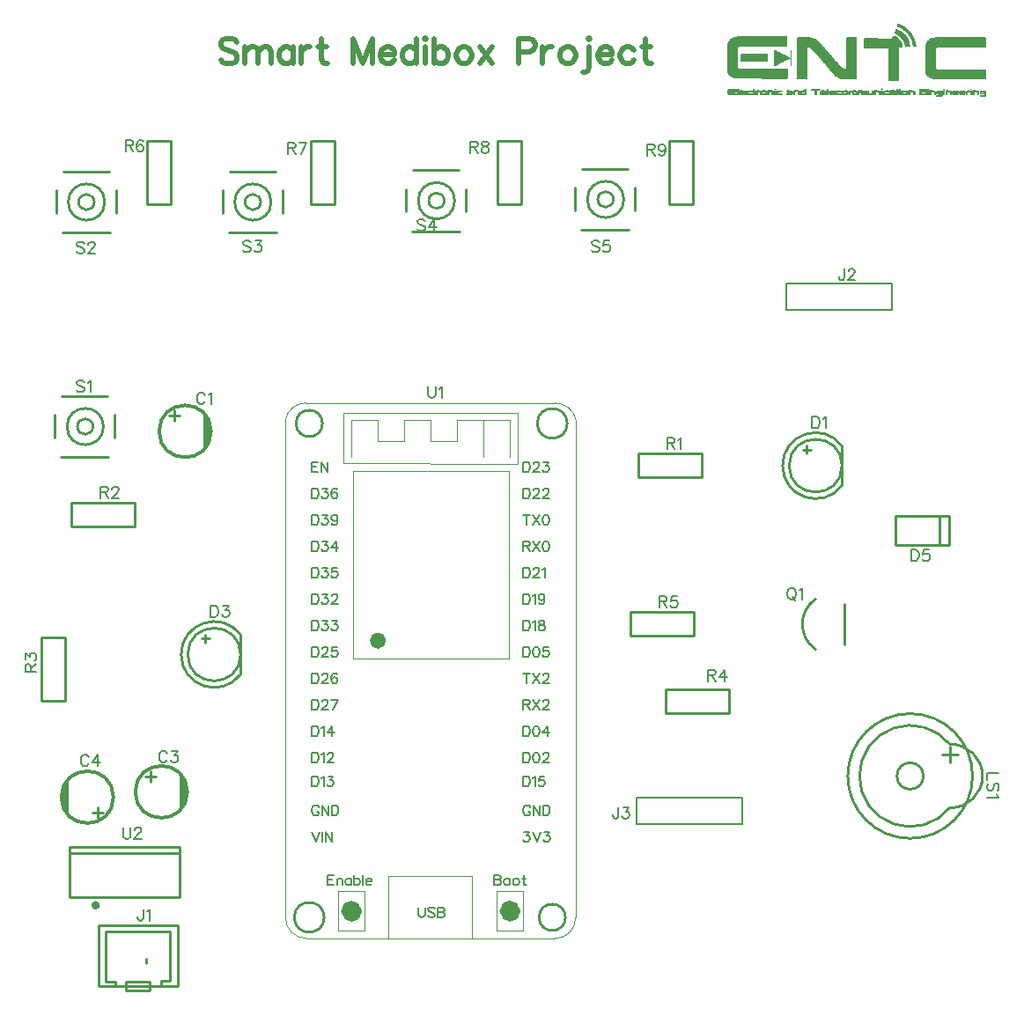
<source format=gto>
G04 Layer: TopSilkscreenLayer*
G04 EasyEDA v6.5.50, 2025-08-07 23:34:14*
G04 4f77d7e6b91a4c7688e86251b08845de,d5ecf923025d49a2b3c084a081e0ad24,10*
G04 Gerber Generator version 0.2*
G04 Scale: 100 percent, Rotated: No, Reflected: No *
G04 Dimensions in millimeters *
G04 leading zeros omitted , absolute positions ,4 integer and 5 decimal *
%FSLAX45Y45*%
%MOMM*%

%ADD10C,0.5000*%
%ADD11C,0.1524*%
%ADD12C,0.1501*%
%ADD13C,0.2032*%
%ADD14C,0.2540*%
%ADD15C,0.2030*%
%ADD16C,0.1199*%
%ADD17C,1.0000*%
%ADD18C,0.8001*%
%ADD19C,0.4000*%
%ADD20C,0.3000*%
%ADD21C,0.0107*%

%LPD*%
G36*
X4837277Y929132D02*
G01*
X4831486Y926185D01*
X4825847Y907491D01*
X4828895Y901496D01*
X4831638Y898347D01*
X4844643Y898347D01*
X4850739Y892048D01*
X4858766Y890828D01*
X4863642Y886714D01*
X4871364Y884631D01*
X4877460Y879246D01*
X4879289Y879246D01*
X4888839Y869950D01*
X4897526Y865936D01*
X4901742Y862025D01*
X4907483Y857910D01*
X4919218Y848410D01*
X4924196Y841908D01*
X4929886Y835914D01*
X4936236Y826363D01*
X4943043Y818692D01*
X4943043Y816000D01*
X4947767Y811631D01*
X4955794Y799592D01*
X4955794Y797458D01*
X4962245Y785418D01*
X4966716Y779627D01*
X4969357Y766876D01*
X4974844Y755345D01*
X4974894Y745337D01*
X4976672Y738073D01*
X4978552Y728065D01*
X4979974Y713486D01*
X4982565Y708101D01*
X4988915Y705967D01*
X5004511Y705866D01*
X5010099Y708609D01*
X5012080Y714298D01*
X5012080Y725017D01*
X5010200Y728522D01*
X5006441Y758952D01*
X5001869Y768807D01*
X4999634Y781659D01*
X4994757Y788771D01*
X4993843Y793445D01*
X4985461Y808888D01*
X4980279Y819048D01*
X4976723Y822248D01*
X4971948Y834847D01*
X4964633Y840689D01*
X4961382Y847039D01*
X4945227Y865174D01*
X4920335Y888288D01*
X4911750Y893216D01*
X4901742Y900887D01*
X4891735Y905814D01*
X4886960Y909218D01*
X4863541Y920800D01*
X4857242Y922121D01*
X4850892Y927100D01*
G37*
G36*
X4819142Y880871D02*
G01*
X4812334Y878179D01*
X4812284Y870661D01*
X4810353Y863346D01*
X4805984Y856945D01*
X4802428Y842975D01*
X4800498Y839419D01*
X4800498Y835609D01*
X4805172Y833882D01*
X4809134Y833831D01*
X4816805Y828649D01*
X4823663Y827328D01*
X4834991Y821690D01*
X4834991Y819607D01*
X4838192Y816762D01*
X4845100Y815492D01*
X4849012Y810209D01*
X4855413Y806450D01*
X4857800Y802995D01*
X4859223Y802995D01*
X4866792Y795782D01*
X4866792Y794461D01*
X4875072Y782116D01*
X4878578Y780237D01*
X4881321Y774852D01*
X4895850Y774852D01*
X4895850Y773938D01*
X4894935Y773938D01*
X4894935Y774852D01*
X4881321Y774852D01*
X4882184Y773125D01*
X4886807Y766216D01*
X4892192Y760374D01*
X4892192Y757834D01*
X4894935Y755548D01*
X4894935Y747877D01*
X4898593Y744626D01*
X4898644Y733552D01*
X4901285Y729996D01*
X4901285Y724001D01*
X4904740Y717600D01*
X4903063Y710082D01*
X4908092Y704850D01*
X4914442Y705866D01*
X4952542Y706577D01*
X4955844Y710692D01*
X4954981Y712927D01*
X4953812Y730808D01*
X4951323Y738987D01*
X4949139Y753516D01*
X4943805Y763727D01*
X4942840Y774649D01*
X4937607Y780745D01*
X4935575Y787095D01*
X4932984Y790092D01*
X4929886Y798169D01*
X4919522Y810869D01*
X4916017Y819048D01*
X4911648Y822502D01*
X4910429Y825753D01*
X4904689Y828852D01*
X4892700Y838860D01*
X4889144Y843381D01*
X4880914Y851103D01*
X4872685Y854913D01*
X4868164Y859129D01*
X4853990Y866546D01*
X4850688Y866546D01*
X4848352Y869391D01*
X4844542Y871423D01*
G37*
G36*
X4793132Y820064D02*
G01*
X4787950Y812546D01*
X4784039Y808583D01*
X4781499Y794359D01*
X4781448Y792429D01*
X4772710Y790194D01*
X4516983Y790448D01*
X4512259Y786942D01*
X4510024Y782574D01*
X4509973Y697026D01*
X4513580Y692454D01*
X4525213Y691184D01*
X4733442Y691134D01*
X4734560Y692251D01*
X4742992Y692251D01*
X4745126Y683615D01*
X4745075Y388264D01*
X4747260Y383489D01*
X4751019Y382625D01*
X4839106Y381965D01*
X4846269Y384048D01*
X4849520Y389585D01*
X4849723Y393954D01*
X4849520Y697534D01*
X4850587Y700227D01*
X4854549Y701294D01*
X4877663Y701294D01*
X4882438Y708507D01*
X4881219Y723544D01*
X4879238Y736650D01*
X4875885Y739698D01*
X4875885Y743661D01*
X4872939Y752602D01*
X4869535Y755599D01*
X4869535Y757682D01*
X4865827Y764844D01*
X4864100Y764844D01*
X4860188Y773074D01*
X4856784Y774903D01*
X4856784Y777494D01*
X4840935Y793292D01*
X4834432Y799388D01*
X4832400Y799388D01*
X4830927Y801776D01*
X4815484Y810209D01*
X4808220Y813562D01*
X4804613Y815644D01*
G37*
G36*
X3761384Y809904D02*
G01*
X3293821Y808888D01*
X3273856Y804926D01*
X3259632Y803198D01*
X3255670Y799592D01*
X3242513Y796442D01*
X3238449Y793292D01*
X3230270Y789330D01*
X3221228Y782878D01*
X3218434Y778916D01*
X3211169Y771550D01*
X3208375Y770483D01*
X3204921Y760323D01*
X3203448Y760323D01*
X3199841Y754430D01*
X3199841Y748436D01*
X3194964Y743915D01*
X3192576Y722630D01*
X3192627Y489305D01*
X3195269Y466801D01*
X3198876Y462889D01*
X3201873Y449681D01*
X3207105Y443941D01*
X3208020Y441198D01*
X3213354Y437591D01*
X3214370Y433527D01*
X3220262Y427939D01*
X3226104Y425145D01*
X3227120Y421843D01*
X3234385Y418947D01*
X3236976Y418947D01*
X3241344Y414578D01*
X3252063Y412394D01*
X3255822Y408889D01*
X3261258Y407365D01*
X3272891Y405993D01*
X3276854Y403402D01*
X3291992Y401370D01*
X3768140Y400812D01*
X3772814Y402590D01*
X3775456Y408838D01*
X3775811Y496214D01*
X3771849Y500126D01*
X3310128Y500786D01*
X3307435Y503224D01*
X3300171Y506120D01*
X3296564Y514705D01*
X3296513Y697230D01*
X3299714Y701700D01*
X3299714Y704494D01*
X3307435Y708101D01*
X3766616Y708558D01*
X3772560Y712216D01*
X3774694Y714806D01*
X3774643Y801827D01*
X3772611Y806196D01*
X3768039Y809548D01*
G37*
G36*
X5668924Y802589D02*
G01*
X5210454Y801624D01*
X5205882Y799592D01*
X5184089Y798372D01*
X5170474Y796493D01*
X5164124Y793140D01*
X5155590Y791210D01*
X5150104Y791210D01*
X5143957Y785063D01*
X5138318Y783793D01*
X5137251Y780288D01*
X5135270Y780288D01*
X5126024Y773277D01*
X5120995Y770077D01*
X5120995Y767638D01*
X5115458Y763524D01*
X5111851Y755345D01*
X5108448Y751687D01*
X5105349Y740816D01*
X5102809Y737870D01*
X5101082Y731875D01*
X5099100Y705408D01*
X5099354Y486714D01*
X5100929Y463905D01*
X5102809Y457657D01*
X5104384Y456641D01*
X5108549Y443890D01*
X5111851Y440232D01*
X5114696Y433374D01*
X5117439Y432358D01*
X5120233Y426974D01*
X5125110Y425246D01*
X5126888Y421233D01*
X5133746Y418033D01*
X5133746Y415239D01*
X5140045Y412597D01*
X5142941Y412597D01*
X5148935Y406247D01*
X5154523Y406247D01*
X5157825Y402742D01*
X5162346Y401015D01*
X5173929Y399694D01*
X5181549Y396290D01*
X5207711Y394360D01*
X5678424Y394868D01*
X5682132Y398576D01*
X5682183Y487883D01*
X5680354Y491388D01*
X5677103Y492963D01*
X5213248Y493420D01*
X5208270Y498856D01*
X5206593Y498856D01*
X5203393Y507238D01*
X5203748Y691591D01*
X5206339Y695350D01*
X5206339Y698195D01*
X5214061Y700786D01*
X5675172Y701344D01*
X5679338Y704037D01*
X5681878Y709015D01*
X5681522Y794359D01*
X5679440Y798271D01*
X5672937Y802081D01*
G37*
G36*
X3876700Y802538D02*
G01*
X3872280Y801928D01*
X3866337Y797407D01*
X3865270Y794105D01*
X3864914Y609142D01*
X3861054Y602640D01*
X3864914Y595528D01*
X3865372Y417576D01*
X3865626Y408482D01*
X3864305Y399186D01*
X3870502Y394411D01*
X3959301Y394411D01*
X3965651Y397611D01*
X3966565Y700227D01*
X3967479Y701040D01*
X3988714Y698855D01*
X3994048Y694334D01*
X4002430Y691997D01*
X4002430Y689559D01*
X4007459Y686917D01*
X4015536Y679500D01*
X4017924Y679500D01*
X4019143Y676351D01*
X4033520Y660908D01*
X4035094Y656793D01*
X4037584Y656793D01*
X4040835Y650748D01*
X4046016Y647293D01*
X4046016Y645160D01*
X4051249Y641451D01*
X4053484Y636016D01*
X4056481Y635050D01*
X4059936Y628650D01*
X4062933Y628650D01*
X4065117Y622604D01*
X4077766Y609346D01*
X4078732Y606450D01*
X4084015Y603402D01*
X4084624Y599186D01*
X4088942Y597052D01*
X4091635Y591515D01*
X4094987Y590448D01*
X4096004Y587095D01*
X4100271Y582828D01*
X4110482Y571042D01*
X4110482Y568960D01*
X4116832Y564642D01*
X4116832Y562762D01*
X4122318Y558698D01*
X4122318Y556260D01*
X4128668Y551383D01*
X4128668Y548894D01*
X4132935Y545541D01*
X4135932Y539699D01*
X4139539Y539699D01*
X4139539Y537006D01*
X4154982Y519430D01*
X4154982Y517448D01*
X4159046Y515620D01*
X4161180Y511301D01*
X4171797Y500227D01*
X4174337Y495198D01*
X4176623Y495198D01*
X4177792Y491591D01*
X4187342Y479907D01*
X4193133Y475081D01*
X4193133Y473608D01*
X4201363Y465226D01*
X4202887Y465226D01*
X4205935Y458774D01*
X4210354Y456793D01*
X4210405Y453898D01*
X4212844Y450697D01*
X4214876Y450697D01*
X4217416Y444804D01*
X4228338Y433933D01*
X4237786Y425297D01*
X4240530Y425297D01*
X4243984Y420878D01*
X4250334Y418592D01*
X4250334Y416153D01*
X4258005Y412648D01*
X4261002Y412597D01*
X4263796Y408330D01*
X4269841Y406044D01*
X4276191Y402793D01*
X4288129Y399897D01*
X4293971Y399897D01*
X4297527Y396595D01*
X4318152Y394411D01*
X4434179Y394462D01*
X4440936Y396341D01*
X4442764Y399745D01*
X4442764Y795477D01*
X4438904Y800404D01*
X4434179Y802284D01*
X4347057Y802233D01*
X4341215Y795883D01*
X4339183Y788314D01*
X4339691Y495096D01*
X4336999Y493268D01*
X4324502Y494233D01*
X4321454Y497484D01*
X4310684Y501040D01*
X4309160Y503529D01*
X4303268Y506018D01*
X4293920Y513384D01*
X4292041Y513384D01*
X4290263Y517956D01*
X4284980Y519023D01*
X4283760Y523798D01*
X4281881Y526084D01*
X4278680Y526084D01*
X4277614Y531520D01*
X4269384Y539394D01*
X4269384Y540867D01*
X4265269Y544982D01*
X4258005Y553516D01*
X4252569Y559409D01*
X4249928Y563321D01*
X4246880Y564286D01*
X4245965Y567842D01*
X4240326Y571042D01*
X4240326Y573938D01*
X4237024Y576935D01*
X4234992Y576935D01*
X4230420Y586892D01*
X4227626Y586892D01*
X4227626Y588568D01*
X4219448Y596442D01*
X4219448Y598678D01*
X4214825Y601726D01*
X4212183Y606755D01*
X4208729Y607872D01*
X4207713Y611886D01*
X4202176Y615137D01*
X4202176Y617321D01*
X4191762Y630123D01*
X4187190Y635304D01*
X4181297Y641350D01*
X4181297Y643128D01*
X4175861Y645972D01*
X4174744Y650494D01*
X4170679Y651510D01*
X4167784Y657555D01*
X4164228Y658723D01*
X4163060Y663295D01*
X4157726Y666343D01*
X4157726Y668528D01*
X4150410Y676910D01*
X4147667Y682244D01*
X4145279Y682244D01*
X4141876Y688594D01*
X4139488Y688594D01*
X4135831Y694791D01*
X4131513Y697636D01*
X4130446Y700836D01*
X4125010Y703935D01*
X4125010Y707288D01*
X4122826Y709472D01*
X4119778Y709472D01*
X4118610Y714146D01*
X4113225Y717194D01*
X4113225Y720039D01*
X4107586Y725373D01*
X4103065Y733094D01*
X4100779Y733094D01*
X4097375Y739444D01*
X4094479Y740359D01*
X4091432Y746709D01*
X4088637Y746709D01*
X4084878Y753059D01*
X4082237Y753059D01*
X4079189Y758494D01*
X4077665Y758494D01*
X4064660Y770788D01*
X4059326Y773480D01*
X4054449Y778408D01*
X4049522Y779627D01*
X4047540Y783945D01*
X4037380Y786841D01*
X4033672Y790244D01*
X4018330Y794054D01*
X4017264Y795832D01*
X4006545Y798220D01*
X3989933Y799338D01*
X3984751Y801471D01*
G37*
G36*
X3649472Y682193D02*
G01*
X3646068Y678434D01*
X3646068Y610971D01*
X3642106Y602335D01*
X3646220Y590092D01*
X3645966Y540969D01*
X3644798Y539038D01*
X3647998Y532688D01*
X3643934Y526796D01*
X3644950Y524205D01*
X3650183Y521462D01*
X3657904Y523697D01*
X3662679Y527608D01*
X3671519Y529996D01*
X3676040Y534009D01*
X3680002Y536041D01*
X3683609Y536041D01*
X3688029Y541274D01*
X3692398Y542645D01*
X3697528Y546303D01*
X3708552Y549706D01*
X3713022Y554177D01*
X3719626Y555396D01*
X3724554Y557834D01*
X3725976Y560120D01*
X3751427Y572566D01*
X3766820Y580491D01*
X3771696Y581456D01*
X3777234Y586130D01*
X3784092Y587959D01*
X3789527Y593039D01*
X3794302Y594156D01*
X3801770Y601624D01*
X3801770Y604012D01*
X3795674Y607771D01*
X3790645Y607771D01*
X3783329Y615950D01*
X3780840Y615950D01*
X3773982Y619455D01*
X3771595Y622300D01*
X3760470Y625805D01*
X3748684Y631952D01*
X3741369Y636828D01*
X3735628Y637946D01*
X3732479Y641400D01*
X3720693Y645058D01*
X3707841Y652576D01*
X3696919Y658368D01*
X3688740Y663143D01*
X3686301Y663194D01*
X3681476Y666597D01*
X3675126Y667969D01*
X3669995Y673303D01*
X3660343Y676656D01*
X3656076Y679450D01*
G37*
G36*
X3808323Y680415D02*
G01*
X3806901Y675436D01*
X3806748Y610971D01*
X3802532Y602691D01*
X3806647Y594766D01*
X3806190Y526542D01*
X3808729Y520547D01*
X3810965Y525475D01*
X3810660Y593852D01*
X3814470Y602488D01*
X3812032Y607314D01*
X3810863Y612343D01*
X3810660Y661822D01*
X3811981Y670356D01*
X3809796Y679500D01*
G37*
G36*
X3575253Y640435D02*
G01*
X3326790Y640283D01*
X3321964Y636117D01*
X3321964Y575564D01*
X3325469Y569722D01*
X3328162Y568706D01*
X3579012Y568756D01*
X3584651Y574243D01*
X3585260Y599490D01*
X3586784Y600964D01*
X3629761Y601421D01*
X3634282Y602792D01*
X3586784Y603707D01*
X3585260Y605231D01*
X3584346Y636778D01*
X3582314Y638810D01*
G37*
G36*
X3856736Y603199D02*
G01*
X3835857Y603097D01*
X3841292Y601624D01*
X3853484Y600760D01*
G37*
G36*
X3819499Y602945D02*
G01*
X3825392Y602234D01*
X3831285Y602945D01*
G37*
G36*
X3656076Y308762D02*
G01*
X3649421Y307136D01*
X3646525Y303936D01*
X3646119Y295249D01*
X3650386Y291846D01*
X3659174Y291846D01*
X3665524Y294843D01*
X3666540Y297535D01*
X3665423Y303479D01*
X3661511Y307035D01*
G37*
G36*
X4157014Y308406D02*
G01*
X4153204Y304596D01*
X4150309Y297738D01*
X4151376Y286816D01*
X4152392Y266293D01*
X4148480Y256590D01*
X4144975Y253441D01*
X4144975Y256336D01*
X4140758Y259537D01*
X4144975Y265734D01*
X4144975Y268020D01*
X4148531Y268935D01*
X4151325Y275691D01*
X4151325Y283667D01*
X4144975Y283667D01*
X4144975Y287020D01*
X4141165Y290474D01*
X4106418Y291084D01*
X4091381Y289864D01*
X4088688Y287172D01*
X4088688Y283565D01*
X4084929Y278485D01*
X4085427Y259842D01*
X4129989Y259892D01*
X4127754Y259029D01*
X4124553Y259842D01*
X4085428Y259791D01*
X4114596Y259791D01*
X4110482Y259029D01*
X4106418Y259791D01*
X4085428Y259791D01*
X4085539Y255676D01*
X4091025Y247802D01*
X4094581Y247142D01*
X4096918Y243789D01*
X4104589Y241655D01*
X4126382Y242722D01*
X4132732Y241300D01*
X4142232Y243484D01*
X4144975Y245770D01*
X4144975Y249174D01*
X4152137Y249174D01*
X4153306Y245465D01*
X4157268Y242925D01*
X4165498Y241757D01*
X4169968Y245364D01*
X4169968Y303580D01*
X4166311Y307187D01*
G37*
G36*
X3295650Y308305D02*
G01*
X3291941Y305663D01*
X3288029Y297738D01*
X3289604Y278282D01*
X3288029Y272745D01*
X3290011Y261924D01*
X3287674Y254152D01*
X3286709Y256895D01*
X3280613Y264363D01*
X3274720Y265836D01*
X3283813Y266547D01*
X3287166Y269595D01*
X3286353Y278130D01*
X3283305Y282752D01*
X3217570Y283210D01*
X3216300Y284937D01*
X3217214Y286410D01*
X3282543Y286410D01*
X3287014Y290830D01*
X3287014Y300532D01*
X3281934Y306578D01*
X3231184Y306222D01*
X3223920Y304901D01*
X3217316Y307086D01*
X3212084Y303631D01*
X3209391Y303631D01*
X3202533Y301752D01*
X3198926Y297840D01*
X3198926Y292658D01*
X3196336Y286512D01*
X3197069Y266395D01*
X3256127Y266395D01*
X3256127Y265480D01*
X3255213Y265480D01*
X3255213Y266395D01*
X3249777Y266395D01*
X3249777Y265480D01*
X3248863Y265480D01*
X3248863Y266395D01*
X3225749Y266344D01*
X3243884Y266293D01*
X3241598Y265328D01*
X3239312Y266293D01*
X3230270Y266242D01*
X3224072Y263550D01*
X3221228Y266395D01*
X3197069Y266395D01*
X3197250Y261416D01*
X3200958Y249174D01*
X3205073Y244754D01*
X3212998Y242570D01*
X3282899Y242773D01*
X3287014Y247446D01*
X3287014Y250444D01*
X3294837Y242722D01*
X3301136Y241706D01*
X3308756Y243789D01*
X3310382Y246888D01*
X3311804Y258673D01*
X3311651Y281381D01*
X3310077Y303682D01*
X3306521Y307136D01*
G37*
G36*
X5537301Y308305D02*
G01*
X5534152Y305917D01*
X5531662Y297535D01*
X5534456Y292862D01*
X5538216Y291846D01*
X5545937Y291846D01*
X5552135Y297738D01*
X5551220Y303225D01*
X5547918Y307594D01*
G37*
G36*
X5274919Y308254D02*
G01*
X5269026Y304546D01*
X5269026Y296468D01*
X5275072Y291846D01*
X5285181Y291846D01*
X5290870Y297535D01*
X5289651Y300482D01*
X5288788Y304444D01*
X5285282Y307594D01*
G37*
G36*
X4677257Y308152D02*
G01*
X4672533Y304444D01*
X4669586Y298196D01*
X4670602Y295452D01*
X4676597Y291744D01*
X4687062Y292709D01*
X4691583Y295656D01*
X4691583Y300177D01*
X4688535Y306527D01*
X4684166Y308152D01*
G37*
G36*
X4855464Y308102D02*
G01*
X4851806Y306832D01*
X4847742Y304088D01*
X4847742Y295452D01*
X4853635Y291846D01*
X4864862Y291846D01*
X4867605Y294589D01*
X4868722Y298094D01*
X4866792Y305257D01*
X4864252Y307340D01*
G37*
G36*
X3948429Y308000D02*
G01*
X3945636Y307187D01*
X3943400Y303580D01*
X3942232Y294995D01*
X3939743Y291185D01*
X3905758Y290271D01*
X3900830Y287934D01*
X3897579Y280009D01*
X3890772Y278079D01*
X3890772Y283210D01*
X3887317Y288848D01*
X3873449Y290931D01*
X3834587Y290931D01*
X3830015Y289153D01*
X3828592Y284124D01*
X3828694Y248716D01*
X3829913Y244043D01*
X3834587Y241909D01*
X3839667Y241909D01*
X3845458Y243890D01*
X3848404Y250545D01*
X3848963Y265023D01*
X3848963Y272440D01*
X3853078Y274218D01*
X3871366Y274015D01*
X3873754Y272491D01*
X3873521Y267106D01*
X3915359Y267106D01*
X3916426Y273558D01*
X3922979Y274116D01*
X3932072Y273608D01*
X3939590Y272694D01*
X3942283Y269595D01*
X3943248Y265531D01*
X3936441Y258521D01*
X3930700Y259334D01*
X3929684Y260959D01*
X3922979Y260959D01*
X3916375Y262077D01*
X3915359Y267106D01*
X3873521Y267106D01*
X3873503Y266700D01*
X3897122Y266700D01*
X3898341Y265480D01*
X3897122Y264312D01*
X3897122Y266700D01*
X3873503Y266700D01*
X3872788Y251358D01*
X3875176Y244500D01*
X3876243Y243433D01*
X3884726Y242112D01*
X3891229Y243890D01*
X3894429Y246735D01*
X3894429Y255219D01*
X3898036Y258521D01*
X3898036Y254558D01*
X3900678Y248208D01*
X3903929Y246989D01*
X3906215Y243840D01*
X3911498Y242671D01*
X3945686Y242112D01*
X3948937Y240792D01*
X3954779Y246989D01*
X3957828Y248158D01*
X3960977Y252933D01*
X3960672Y303174D01*
X3956608Y307086D01*
G37*
G36*
X4011066Y306984D02*
G01*
X4005173Y306222D01*
X4000347Y299923D01*
X4000550Y293725D01*
X4003243Y287274D01*
X4004716Y287070D01*
X4028338Y286613D01*
X4034231Y285343D01*
X4034231Y251815D01*
X4037837Y244754D01*
X4041901Y241909D01*
X4046474Y241909D01*
X4053179Y243789D01*
X4055465Y250545D01*
X4055567Y285953D01*
X4085539Y286816D01*
X4087774Y288290D01*
X4087774Y291693D01*
X4091228Y292811D01*
X4092346Y297180D01*
X4090720Y301447D01*
X4082796Y306730D01*
X4058259Y306120D01*
X4054652Y306374D01*
X4016501Y305917D01*
G37*
G36*
X5109667Y306832D02*
G01*
X5100574Y305866D01*
X5062423Y306628D01*
X5051602Y303479D01*
X5044948Y300075D01*
X5042916Y294284D01*
X5042916Y266395D01*
X5105552Y266395D01*
X5105552Y265480D01*
X5104688Y265480D01*
X5104688Y266395D01*
X5082997Y266344D01*
X5097881Y266293D01*
X5094224Y264769D01*
X5123738Y264769D01*
X5123738Y266395D01*
X5127040Y266395D01*
X5130546Y269087D01*
X5132730Y269138D01*
X5134711Y265480D01*
X5132324Y260553D01*
X5129428Y259994D01*
X5123738Y264769D01*
X5094224Y264769D01*
X5080304Y265785D01*
X5072888Y259892D01*
X5072888Y261975D01*
X5068062Y266395D01*
X5042916Y266395D01*
X5042916Y259283D01*
X5045100Y249885D01*
X5049723Y246888D01*
X5052466Y243738D01*
X5061559Y242214D01*
X5128717Y242468D01*
X5132933Y244754D01*
X5136438Y248259D01*
X5136540Y250545D01*
X5139334Y243840D01*
X5144871Y241909D01*
X5150205Y241909D01*
X5153609Y243738D01*
X5155488Y250545D01*
X5155488Y273456D01*
X5164074Y274421D01*
X5180279Y272897D01*
X5181955Y270510D01*
X5180990Y252323D01*
X5184140Y244195D01*
X5188915Y241554D01*
X5197703Y243281D01*
X5199989Y247802D01*
X5200243Y275031D01*
X5200499Y272034D01*
X5223713Y272034D01*
X5225897Y274624D01*
X5233822Y273659D01*
X5244947Y273659D01*
X5247182Y272237D01*
X5245049Y266547D01*
X5239715Y265480D01*
X5229504Y265531D01*
X5225796Y266547D01*
X5223713Y272034D01*
X5200499Y272034D01*
X5201716Y257149D01*
X5204002Y254406D01*
X5207711Y252831D01*
X5212283Y249275D01*
X5245862Y247802D01*
X5245404Y245973D01*
X5209540Y245059D01*
X5203748Y241909D01*
X5202732Y240233D01*
X5204358Y236016D01*
X5210708Y229209D01*
X5254040Y229209D01*
X5260848Y231089D01*
X5260848Y232714D01*
X5268874Y240284D01*
X5270296Y256895D01*
X5270855Y252323D01*
X5272887Y244551D01*
X5276138Y242824D01*
X5285232Y242824D01*
X5288991Y247599D01*
X5288991Y287172D01*
X5284216Y290931D01*
X5275275Y290931D01*
X5270804Y286461D01*
X5270449Y264160D01*
X5269839Y283108D01*
X5267858Y285496D01*
X5263540Y285496D01*
X5263540Y287985D01*
X5257647Y290474D01*
X5213146Y290474D01*
X5206796Y288137D01*
X5200599Y279958D01*
X5197144Y287985D01*
X5192268Y290322D01*
X5142179Y291134D01*
X5134152Y286715D01*
X5133594Y282905D01*
X5131104Y280822D01*
X5126888Y283159D01*
X5067909Y283260D01*
X5064506Y285242D01*
X5071516Y286562D01*
X5123992Y286308D01*
X5132628Y289204D01*
X5136286Y297688D01*
X5133441Y302564D01*
X5126278Y306578D01*
G37*
G36*
X3446322Y304698D02*
G01*
X3441496Y300888D01*
X3440328Y294995D01*
X3439464Y291947D01*
X3433622Y288594D01*
X3427272Y290830D01*
X3390036Y290830D01*
X3380282Y287731D01*
X3376980Y279552D01*
X3376879Y263906D01*
X3374186Y261670D01*
X3374186Y258216D01*
X3369157Y258419D01*
X3364636Y259689D01*
X3368751Y260807D01*
X3369818Y266293D01*
X3375507Y266852D01*
X3376066Y278485D01*
X3372815Y287578D01*
X3366465Y290372D01*
X3325926Y291134D01*
X3317798Y288036D01*
X3313328Y281279D01*
X3313797Y259689D01*
X3359200Y259689D01*
X3347923Y259079D01*
X3335578Y259689D01*
X3313797Y259689D01*
X3313937Y253238D01*
X3316325Y248310D01*
X3319729Y247192D01*
X3324148Y242824D01*
X3364636Y242214D01*
X3371900Y244246D01*
X3374136Y248716D01*
X3374186Y256184D01*
X3376676Y258267D01*
X3378708Y250190D01*
X3381552Y247345D01*
X3383584Y247345D01*
X3387445Y243738D01*
X3397808Y241808D01*
X3429812Y242468D01*
X3432200Y245770D01*
X3433419Y254050D01*
X3430828Y258673D01*
X3419094Y261061D01*
X3408070Y259130D01*
X3402482Y259130D01*
X3395065Y264007D01*
X3395065Y272592D01*
X3398215Y273812D01*
X3423665Y273812D01*
X3433622Y275996D01*
X3440429Y272592D01*
X3440988Y247345D01*
X3444697Y242366D01*
X3450691Y241757D01*
X3455009Y242874D01*
X3458616Y248716D01*
X3458616Y272440D01*
X3465220Y275590D01*
X3466744Y274066D01*
X3467404Y248716D01*
X3469436Y243789D01*
X3476548Y241858D01*
X3485642Y243840D01*
X3488690Y247192D01*
X3488131Y272846D01*
X3491737Y273558D01*
X3508095Y274675D01*
X3510076Y277266D01*
X3510544Y265938D01*
X3529736Y265938D01*
X3530498Y272491D01*
X3535172Y274116D01*
X3553460Y273608D01*
X3555746Y272846D01*
X3555746Y266649D01*
X3554628Y261061D01*
X3552291Y260197D01*
X3535324Y259029D01*
X3529736Y265938D01*
X3510544Y265938D01*
X3511092Y252679D01*
X3514090Y248158D01*
X3518357Y246532D01*
X3519627Y244500D01*
X3524300Y242722D01*
X3553917Y241808D01*
X3565144Y243840D01*
X3573018Y250291D01*
X3573170Y258673D01*
X3574491Y253238D01*
X3577488Y247802D01*
X3580739Y243941D01*
X3587242Y241858D01*
X3589782Y242671D01*
X3594912Y243789D01*
X3597503Y249986D01*
X3597503Y271729D01*
X3598468Y274167D01*
X3617010Y273608D01*
X3621125Y272745D01*
X3621125Y250545D01*
X3623411Y246176D01*
X3628288Y242519D01*
X3636822Y242824D01*
X3641547Y245110D01*
X3642614Y278688D01*
X3641039Y283210D01*
X3633673Y289814D01*
X3623411Y290880D01*
X3583127Y291185D01*
X3577082Y287680D01*
X3575202Y281838D01*
X3573272Y279908D01*
X3572103Y285546D01*
X3567836Y289814D01*
X3552444Y291134D01*
X3520795Y290372D01*
X3513531Y286816D01*
X3509467Y278739D01*
X3509467Y287020D01*
X3505708Y290423D01*
X3490823Y291388D01*
X3474770Y289255D01*
X3471367Y286156D01*
X3465423Y288594D01*
X3458616Y295910D01*
X3458616Y299821D01*
X3455314Y303885D01*
G37*
G36*
X4825034Y303631D02*
G01*
X4821428Y300024D01*
X4819345Y291693D01*
X4814976Y290017D01*
X4812538Y284276D01*
X4811369Y287985D01*
X4800854Y290931D01*
X4761585Y290931D01*
X4756759Y289102D01*
X4755845Y285648D01*
X4751019Y288086D01*
X4744415Y290931D01*
X4713782Y290830D01*
X4701336Y289458D01*
X4698898Y285953D01*
X4693462Y280720D01*
X4693104Y265938D01*
X4714697Y265938D01*
X4715256Y272694D01*
X4719066Y273862D01*
X4740148Y273761D01*
X4748784Y275691D01*
X4748784Y276961D01*
X4755134Y280009D01*
X4755337Y282295D01*
X4756454Y277723D01*
X4759350Y273761D01*
X4763719Y271983D01*
X4760010Y271881D01*
X4752390Y266039D01*
X4752390Y260451D01*
X4751928Y259791D01*
X4792776Y259791D01*
X4787798Y259029D01*
X4782820Y259791D01*
X4751928Y259791D01*
X4749546Y256438D01*
X4743754Y261874D01*
X4742332Y261874D01*
X4736795Y259029D01*
X4730140Y261670D01*
X4717440Y260299D01*
X4714697Y265938D01*
X4693104Y265938D01*
X4692904Y258673D01*
X4695240Y251307D01*
X4704740Y244144D01*
X4709261Y242722D01*
X4737404Y241858D01*
X4747209Y242976D01*
X4755286Y251155D01*
X4760569Y243890D01*
X4763719Y242570D01*
X4793691Y241655D01*
X4807305Y243738D01*
X4812284Y249631D01*
X4812334Y251663D01*
X4816398Y254355D01*
X4816398Y272338D01*
X4819142Y274421D01*
X4821580Y272389D01*
X4820310Y252171D01*
X4822647Y244500D01*
X4826203Y242620D01*
X4835956Y243433D01*
X4841290Y248513D01*
X4842916Y253238D01*
X4841494Y256895D01*
X4841392Y272491D01*
X4845151Y275894D01*
X4846980Y272643D01*
X4847285Y249580D01*
X4851501Y244144D01*
X4855464Y241960D01*
X4859070Y241909D01*
X4865878Y243789D01*
X4868773Y250545D01*
X4868722Y283616D01*
X4867503Y287731D01*
X4864709Y290931D01*
X4854854Y290931D01*
X4850892Y288747D01*
X4844643Y289306D01*
X4842459Y292252D01*
X4841341Y299059D01*
X4834585Y303631D01*
G37*
G36*
X4348835Y291084D02*
G01*
X4306163Y290322D01*
X4301236Y287934D01*
X4297832Y281076D01*
X4294733Y287985D01*
X4288891Y290474D01*
X4248962Y290474D01*
X4243882Y289052D01*
X4234129Y279044D01*
X4232910Y286207D01*
X4230674Y289306D01*
X4222597Y290830D01*
X4185412Y290779D01*
X4180382Y289255D01*
X4174490Y284327D01*
X4171492Y278688D01*
X4172458Y277114D01*
X4172494Y272745D01*
X4203090Y272745D01*
X4203090Y271881D01*
X4202176Y271881D01*
X4202176Y272745D01*
X4172494Y272745D01*
X4172600Y259892D01*
X4214469Y259791D01*
X4209440Y259029D01*
X4204462Y259791D01*
X4199681Y259791D01*
X4197654Y258978D01*
X4195368Y259892D01*
X4172600Y259892D01*
X4172661Y252526D01*
X4176268Y250545D01*
X4183938Y242824D01*
X4217162Y241909D01*
X4230776Y243281D01*
X4233875Y249631D01*
X4233976Y256133D01*
X4230624Y259130D01*
X4227626Y259130D01*
X4231233Y262788D01*
X4231233Y265633D01*
X4233976Y268376D01*
X4234180Y275031D01*
X4234840Y272440D01*
X4257598Y272440D01*
X4262069Y274878D01*
X4278020Y273507D01*
X4284726Y273761D01*
X4291634Y276250D01*
X4292854Y276402D01*
X4295698Y273558D01*
X4295698Y271729D01*
X4315663Y271729D01*
X4316628Y274116D01*
X4335221Y273659D01*
X4342790Y272694D01*
X4341164Y267208D01*
X4337812Y261416D01*
X4333392Y259181D01*
X4323384Y259181D01*
X4318863Y262737D01*
X4316780Y262788D01*
X4315714Y266852D01*
X4315663Y271729D01*
X4295698Y271729D01*
X4295698Y267766D01*
X4294530Y258064D01*
X4292041Y257098D01*
X4285132Y261924D01*
X4278528Y259130D01*
X4272534Y259283D01*
X4266184Y261569D01*
X4262221Y258978D01*
X4258970Y259638D01*
X4257802Y265023D01*
X4257598Y272440D01*
X4234840Y272440D01*
X4236770Y265023D01*
X4235348Y252425D01*
X4245152Y247040D01*
X4248302Y243890D01*
X4260748Y241808D01*
X4289094Y242620D01*
X4293006Y244703D01*
X4298188Y253796D01*
X4300321Y248716D01*
X4304487Y243586D01*
X4322470Y241909D01*
X4349953Y243332D01*
X4355795Y249174D01*
X4358233Y249174D01*
X4361078Y253187D01*
X4361078Y280670D01*
X4357014Y286715D01*
G37*
G36*
X4943398Y291084D02*
G01*
X4937455Y286105D01*
X4935829Y281838D01*
X4933188Y281838D01*
X4931105Y288239D01*
X4927346Y290220D01*
X4889957Y290779D01*
X4878120Y289458D01*
X4875276Y288137D01*
X4871313Y281127D01*
X4871345Y272135D01*
X4892192Y272135D01*
X4895240Y274320D01*
X4912664Y273558D01*
X4916678Y272745D01*
X4916177Y269595D01*
X4939639Y269595D01*
X4940452Y266446D01*
X4939690Y262331D01*
X4939639Y269595D01*
X4916177Y269595D01*
X4914900Y261264D01*
X4910277Y259130D01*
X4894072Y259130D01*
X4893259Y263245D01*
X4892192Y272135D01*
X4871345Y272135D01*
X4871364Y252323D01*
X4872685Y250291D01*
X4880102Y246583D01*
X4882286Y243890D01*
X4889042Y242570D01*
X4921707Y242112D01*
X4927193Y244500D01*
X4931918Y248818D01*
X4933746Y252171D01*
X4941976Y243738D01*
X4946802Y241909D01*
X4954117Y243078D01*
X4957572Y246786D01*
X4957978Y250545D01*
X4958029Y273202D01*
X4977079Y274574D01*
X4981854Y272643D01*
X4982768Y259892D01*
X4981244Y253238D01*
X4985054Y245364D01*
X4990744Y241909D01*
X4997653Y241909D01*
X5002987Y247192D01*
X5002987Y279806D01*
X4999329Y288036D01*
X4993436Y290322D01*
G37*
G36*
X5543905Y291084D02*
G01*
X5535117Y289864D01*
X5530494Y285546D01*
X5530494Y287934D01*
X5527141Y290931D01*
X5504586Y290677D01*
X5500065Y289966D01*
X5495950Y289052D01*
X5488736Y281838D01*
X5488482Y277774D01*
X5488025Y251510D01*
X5490210Y245059D01*
X5496458Y241909D01*
X5501487Y241909D01*
X5508447Y245414D01*
X5510733Y253695D01*
X5509920Y272694D01*
X5512460Y273659D01*
X5523484Y273659D01*
X5530494Y275793D01*
X5530646Y277774D01*
X5532120Y273202D01*
X5532323Y248361D01*
X5534406Y243687D01*
X5538724Y242570D01*
X5548833Y243433D01*
X5550052Y245465D01*
X5562701Y242214D01*
X5571337Y243789D01*
X5573572Y247802D01*
X5574538Y273202D01*
X5594502Y274269D01*
X5597245Y272592D01*
X5597702Y246888D01*
X5600903Y243687D01*
X5610910Y241604D01*
X5615787Y242824D01*
X5618530Y248158D01*
X5618784Y280619D01*
X5615990Y285953D01*
X5608116Y290474D01*
X5556605Y291033D01*
X5549544Y285394D01*
X5549544Y288137D01*
G37*
G36*
X4455820Y291033D02*
G01*
X4451400Y287477D01*
X4451451Y249631D01*
X4453890Y243789D01*
X4456887Y242824D01*
X4465066Y242519D01*
X4469130Y244703D01*
X4469130Y260350D01*
X4472076Y263601D01*
X4473041Y272338D01*
X4475937Y274523D01*
X4483912Y272694D01*
X4482947Y251460D01*
X4486706Y243789D01*
X4494631Y242112D01*
X4500880Y243992D01*
X4504080Y247548D01*
X4504080Y272796D01*
X4509668Y273812D01*
X4514951Y273202D01*
X4516170Y245821D01*
X4519168Y242824D01*
X4529175Y242824D01*
X4532680Y244703D01*
X4532680Y246888D01*
X4539284Y251358D01*
X4546041Y243535D01*
X4572152Y241604D01*
X4590084Y242976D01*
X4597603Y250088D01*
X4599838Y250088D01*
X4600905Y255066D01*
X4601870Y257759D01*
X4601667Y285902D01*
X4598111Y289458D01*
X4587595Y290118D01*
X4581296Y286816D01*
X4580077Y282295D01*
X4579874Y264668D01*
X4577892Y260248D01*
X4570831Y259130D01*
X4558284Y260299D01*
X4557217Y266852D01*
X4557166Y286258D01*
X4552391Y290017D01*
X4542942Y290017D01*
X4537100Y287985D01*
X4532833Y278688D01*
X4532680Y282905D01*
X4529632Y288036D01*
X4524959Y290474D01*
G37*
G36*
X4609338Y291033D02*
G01*
X4604410Y287172D01*
X4604410Y249428D01*
X4606391Y243738D01*
X4615586Y242112D01*
X4620564Y243840D01*
X4625289Y250596D01*
X4625289Y272643D01*
X4629353Y274015D01*
X4647133Y273761D01*
X4648911Y272643D01*
X4648911Y255981D01*
X4650638Y245211D01*
X4652467Y243382D01*
X4660239Y242265D01*
X4665675Y243992D01*
X4666589Y245160D01*
X4673244Y249021D01*
X4675327Y243941D01*
X4679848Y241909D01*
X4682032Y241909D01*
X4688535Y243738D01*
X4690872Y248716D01*
X4691481Y285343D01*
X4688332Y289255D01*
X4679391Y290931D01*
X4675682Y289915D01*
X4670755Y287985D01*
X4666945Y281584D01*
X4663897Y287731D01*
X4658410Y290474D01*
G37*
G36*
X3771392Y290931D02*
G01*
X3767277Y289153D01*
X3765346Y284175D01*
X3767429Y275945D01*
X3770274Y272745D01*
X3773220Y272745D01*
X3767429Y269900D01*
X3765600Y265023D01*
X3764539Y259791D01*
X3795877Y259791D01*
X3791813Y259029D01*
X3787698Y259791D01*
X3764539Y259791D01*
X3764432Y259283D01*
X3766413Y248818D01*
X3771036Y243992D01*
X3777742Y242011D01*
X3808272Y241960D01*
X3817213Y243840D01*
X3819601Y247192D01*
X3824274Y249377D01*
X3826662Y254152D01*
X3827373Y281381D01*
X3821328Y287528D01*
X3816858Y290474D01*
G37*
G36*
X4430725Y290931D02*
G01*
X4374235Y290677D01*
X4365396Y289458D01*
X4362907Y286054D01*
X4362907Y251409D01*
X4364888Y244144D01*
X4366818Y242976D01*
X4374642Y241808D01*
X4378807Y243941D01*
X4384700Y250088D01*
X4384700Y271983D01*
X4387291Y274574D01*
X4388764Y274574D01*
X4395114Y272796D01*
X4395673Y248158D01*
X4397298Y243789D01*
X4404969Y241757D01*
X4411014Y242874D01*
X4415739Y246938D01*
X4417466Y271424D01*
X4418228Y273659D01*
X4425086Y273659D01*
X4427474Y272135D01*
X4427016Y249631D01*
X4429658Y244144D01*
X4438345Y242011D01*
X4446930Y244602D01*
X4449318Y251104D01*
X4449368Y279501D01*
X4443679Y285038D01*
X4440529Y289102D01*
G37*
G36*
X5299405Y290931D02*
G01*
X5292852Y287731D01*
X5289905Y285292D01*
X5290870Y283718D01*
X5290972Y252323D01*
X5292699Y245516D01*
X5297119Y242620D01*
X5307634Y242519D01*
X5311343Y244500D01*
X5313476Y251663D01*
X5313476Y272643D01*
X5315254Y273761D01*
X5333034Y274015D01*
X5337200Y272592D01*
X5336641Y249275D01*
X5340350Y244348D01*
X5347258Y241909D01*
X5354624Y243586D01*
X5357368Y246329D01*
X5358790Y264160D01*
X5358892Y279755D01*
X5353456Y287223D01*
X5347563Y290474D01*
G37*
G36*
X5636260Y290830D02*
G01*
X5629351Y289356D01*
X5624474Y285750D01*
X5621375Y279552D01*
X5621329Y272186D01*
X5643118Y272186D01*
X5644134Y273202D01*
X5656224Y274320D01*
X5664403Y273456D01*
X5666028Y271932D01*
X5664352Y265938D01*
X5644997Y265430D01*
X5643118Y272186D01*
X5621329Y272186D01*
X5621274Y263245D01*
X5623204Y256286D01*
X5628538Y253238D01*
X5629554Y250088D01*
X5634431Y248818D01*
X5664403Y248716D01*
X5665622Y246989D01*
X5664758Y245516D01*
X5629402Y245516D01*
X5623102Y242874D01*
X5623102Y234492D01*
X5624880Y231190D01*
X5630621Y229209D01*
X5672582Y229209D01*
X5679186Y231038D01*
X5686806Y238607D01*
X5688380Y248412D01*
X5688279Y278638D01*
X5684774Y285496D01*
X5682996Y285496D01*
X5682996Y287782D01*
X5678932Y290372D01*
G37*
G36*
X3652418Y290779D02*
G01*
X3648252Y289864D01*
X3644595Y284124D01*
X3645763Y246989D01*
X3647389Y243992D01*
X3655415Y241706D01*
X3661511Y243027D01*
X3664712Y244703D01*
X3668318Y251815D01*
X3668572Y256895D01*
X3669385Y252323D01*
X3673043Y248412D01*
X3677310Y247345D01*
X3678377Y243890D01*
X3681476Y242671D01*
X3720795Y241909D01*
X3724960Y245262D01*
X3725672Y255981D01*
X3719576Y261823D01*
X3714191Y258978D01*
X3695090Y259892D01*
X3687419Y263855D01*
X3687419Y272542D01*
X3693312Y273913D01*
X3719677Y274320D01*
X3723640Y275590D01*
X3724605Y278688D01*
X3724910Y287375D01*
X3721811Y290474D01*
X3677869Y290423D01*
X3672128Y287324D01*
X3669080Y278130D01*
X3669487Y265023D01*
X3669233Y259740D01*
X3667912Y261061D01*
X3667760Y284124D01*
X3665270Y288086D01*
X3660698Y290169D01*
G37*
G36*
X5376570Y290779D02*
G01*
X5367020Y289306D01*
X5362702Y286461D01*
X5359704Y277418D01*
X5360495Y259740D01*
X5395671Y259740D01*
X5389778Y259029D01*
X5383834Y259740D01*
X5360495Y259740D01*
X5360822Y252425D01*
X5362651Y249021D01*
X5368848Y246430D01*
X5368848Y244551D01*
X5375046Y241960D01*
X5415889Y242620D01*
X5419648Y244652D01*
X5421528Y251409D01*
X5421528Y255473D01*
X5416753Y258622D01*
X5402935Y259791D01*
X5412638Y260045D01*
X5417566Y262940D01*
X5422442Y271678D01*
X5422442Y278790D01*
X5419547Y287324D01*
X5413806Y290474D01*
G37*
G36*
X5440172Y290779D02*
G01*
X5431180Y289204D01*
X5426659Y285851D01*
X5424119Y278688D01*
X5424144Y259791D01*
X5473750Y259791D01*
X5469636Y259029D01*
X5465572Y259791D01*
X5457393Y259791D01*
X5452414Y259029D01*
X5447436Y259791D01*
X5424144Y259791D01*
X5424170Y253542D01*
X5427014Y249174D01*
X5428691Y249174D01*
X5435092Y242620D01*
X5479999Y242011D01*
X5483148Y243687D01*
X5485231Y249986D01*
X5485384Y255828D01*
X5481269Y259130D01*
X5473750Y259334D01*
X5477357Y260146D01*
X5481624Y262280D01*
X5485485Y269595D01*
X5485536Y282295D01*
X5483148Y287985D01*
X5478272Y290372D01*
G37*
D10*
X-1517256Y751459D02*
G01*
X-1540116Y774319D01*
X-1574152Y785748D01*
X-1619618Y785748D01*
X-1653654Y774319D01*
X-1676514Y751459D01*
X-1676514Y728853D01*
X-1665084Y706246D01*
X-1653654Y694817D01*
X-1631048Y683387D01*
X-1562722Y660780D01*
X-1540116Y649351D01*
X-1528686Y637921D01*
X-1517256Y615314D01*
X-1517256Y581025D01*
X-1540116Y558419D01*
X-1574152Y546988D01*
X-1619618Y546988D01*
X-1653654Y558419D01*
X-1676514Y581025D01*
X-1442326Y706246D02*
G01*
X-1442326Y546988D01*
X-1442326Y660780D02*
G01*
X-1408290Y694817D01*
X-1385430Y706246D01*
X-1351394Y706246D01*
X-1328788Y694817D01*
X-1317358Y660780D01*
X-1317358Y546988D01*
X-1317358Y660780D02*
G01*
X-1283322Y694817D01*
X-1260462Y706246D01*
X-1226426Y706246D01*
X-1203566Y694817D01*
X-1192390Y660780D01*
X-1192390Y546988D01*
X-981062Y706246D02*
G01*
X-981062Y546988D01*
X-981062Y671956D02*
G01*
X-1003668Y694817D01*
X-1026274Y706246D01*
X-1060564Y706246D01*
X-1083170Y694817D01*
X-1106030Y671956D01*
X-1117206Y637921D01*
X-1117206Y615314D01*
X-1106030Y581025D01*
X-1083170Y558419D01*
X-1060564Y546988D01*
X-1026274Y546988D01*
X-1003668Y558419D01*
X-981062Y581025D01*
X-905878Y706246D02*
G01*
X-905878Y546988D01*
X-905878Y637921D02*
G01*
X-894702Y671956D01*
X-871842Y694817D01*
X-849236Y706246D01*
X-814946Y706246D01*
X-705980Y785748D02*
G01*
X-705980Y592455D01*
X-694550Y558419D01*
X-671944Y546988D01*
X-649084Y546988D01*
X-740016Y706246D02*
G01*
X-660514Y706246D01*
X-399148Y785748D02*
G01*
X-399148Y546988D01*
X-399148Y785748D02*
G01*
X-308216Y546988D01*
X-217284Y785748D02*
G01*
X-308216Y546988D01*
X-217284Y785748D02*
G01*
X-217284Y546988D01*
X-142354Y637921D02*
G01*
X-5956Y637921D01*
X-5956Y660780D01*
X-17386Y683387D01*
X-28562Y694817D01*
X-51422Y706246D01*
X-85458Y706246D01*
X-108318Y694817D01*
X-130924Y671956D01*
X-142354Y637921D01*
X-142354Y615314D01*
X-130924Y581025D01*
X-108318Y558419D01*
X-85458Y546988D01*
X-51422Y546988D01*
X-28562Y558419D01*
X-5956Y581025D01*
X205371Y785748D02*
G01*
X205371Y546988D01*
X205371Y671956D02*
G01*
X182765Y694817D01*
X159905Y706246D01*
X125869Y706246D01*
X103263Y694817D01*
X80403Y671956D01*
X68973Y637921D01*
X68973Y615314D01*
X80403Y581025D01*
X103263Y558419D01*
X125869Y546988D01*
X159905Y546988D01*
X182765Y558419D01*
X205371Y581025D01*
X280301Y785748D02*
G01*
X291731Y774319D01*
X303161Y785748D01*
X291731Y796925D01*
X280301Y785748D01*
X291731Y706246D02*
G01*
X291731Y546988D01*
X378091Y785748D02*
G01*
X378091Y546988D01*
X378091Y671956D02*
G01*
X400951Y694817D01*
X423557Y706246D01*
X457593Y706246D01*
X480453Y694817D01*
X503059Y671956D01*
X514489Y637921D01*
X514489Y615314D01*
X503059Y581025D01*
X480453Y558419D01*
X457593Y546988D01*
X423557Y546988D01*
X400951Y558419D01*
X378091Y581025D01*
X646315Y706246D02*
G01*
X623709Y694817D01*
X600849Y671956D01*
X589419Y637921D01*
X589419Y615314D01*
X600849Y581025D01*
X623709Y558419D01*
X646315Y546988D01*
X680351Y546988D01*
X703211Y558419D01*
X725817Y581025D01*
X737247Y615314D01*
X737247Y637921D01*
X725817Y671956D01*
X703211Y694817D01*
X680351Y706246D01*
X646315Y706246D01*
X812177Y706246D02*
G01*
X937145Y546988D01*
X937145Y706246D02*
G01*
X812177Y546988D01*
X1187335Y785748D02*
G01*
X1187335Y546988D01*
X1187335Y785748D02*
G01*
X1289443Y785748D01*
X1323479Y774319D01*
X1334909Y762888D01*
X1346339Y740282D01*
X1346339Y706246D01*
X1334909Y683387D01*
X1323479Y671956D01*
X1289443Y660780D01*
X1187335Y660780D01*
X1421269Y706246D02*
G01*
X1421269Y546988D01*
X1421269Y637921D02*
G01*
X1432699Y671956D01*
X1455305Y694817D01*
X1478165Y706246D01*
X1512201Y706246D01*
X1644027Y706246D02*
G01*
X1621421Y694817D01*
X1598561Y671956D01*
X1587131Y637921D01*
X1587131Y615314D01*
X1598561Y581025D01*
X1621421Y558419D01*
X1644027Y546988D01*
X1678063Y546988D01*
X1700923Y558419D01*
X1723529Y581025D01*
X1734959Y615314D01*
X1734959Y637921D01*
X1723529Y671956D01*
X1700923Y694817D01*
X1678063Y706246D01*
X1644027Y706246D01*
X1855355Y785748D02*
G01*
X1866785Y774319D01*
X1878215Y785748D01*
X1866785Y796925D01*
X1855355Y785748D01*
X1866785Y706246D02*
G01*
X1866785Y512953D01*
X1855355Y478917D01*
X1832749Y467487D01*
X1809889Y467487D01*
X1953145Y637921D02*
G01*
X2089543Y637921D01*
X2089543Y660780D01*
X2078113Y683387D01*
X2066683Y694817D01*
X2044077Y706246D01*
X2010041Y706246D01*
X1987181Y694817D01*
X1964575Y671956D01*
X1953145Y637921D01*
X1953145Y615314D01*
X1964575Y581025D01*
X1987181Y558419D01*
X2010041Y546988D01*
X2044077Y546988D01*
X2066683Y558419D01*
X2089543Y581025D01*
X2300871Y671956D02*
G01*
X2278011Y694817D01*
X2255405Y706246D01*
X2221369Y706246D01*
X2198509Y694817D01*
X2175903Y671956D01*
X2164473Y637921D01*
X2164473Y615314D01*
X2175903Y581025D01*
X2198509Y558419D01*
X2221369Y546988D01*
X2255405Y546988D01*
X2278011Y558419D01*
X2300871Y581025D01*
X2409837Y785748D02*
G01*
X2409837Y592455D01*
X2421267Y558419D01*
X2444127Y546988D01*
X2466733Y546988D01*
X2375801Y706246D02*
G01*
X2455303Y706246D01*
D11*
X-1827022Y-2641092D02*
G01*
X-1832356Y-2630678D01*
X-1842770Y-2620263D01*
X-1852929Y-2615184D01*
X-1873758Y-2615184D01*
X-1884172Y-2620263D01*
X-1894586Y-2630678D01*
X-1899920Y-2641092D01*
X-1905000Y-2656839D01*
X-1905000Y-2682747D01*
X-1899920Y-2698242D01*
X-1894586Y-2708655D01*
X-1884172Y-2719069D01*
X-1873758Y-2724150D01*
X-1852929Y-2724150D01*
X-1842770Y-2719069D01*
X-1832356Y-2708655D01*
X-1827022Y-2698242D01*
X-1792731Y-2636011D02*
G01*
X-1782318Y-2630678D01*
X-1766824Y-2615184D01*
X-1766824Y-2724150D01*
X-2191219Y-6087490D02*
G01*
X-2196553Y-6077077D01*
X-2206967Y-6066662D01*
X-2217127Y-6061582D01*
X-2237955Y-6061582D01*
X-2248369Y-6066662D01*
X-2258783Y-6077077D01*
X-2264117Y-6087490D01*
X-2269197Y-6103238D01*
X-2269197Y-6129146D01*
X-2264117Y-6144640D01*
X-2258783Y-6155054D01*
X-2248369Y-6165469D01*
X-2237955Y-6170548D01*
X-2217127Y-6170548D01*
X-2206967Y-6165469D01*
X-2196553Y-6155054D01*
X-2191219Y-6144640D01*
X-2146515Y-6061582D02*
G01*
X-2089365Y-6061582D01*
X-2120607Y-6103238D01*
X-2105113Y-6103238D01*
X-2094699Y-6108319D01*
X-2089365Y-6113398D01*
X-2084285Y-6129146D01*
X-2084285Y-6139561D01*
X-2089365Y-6155054D01*
X-2099779Y-6165469D01*
X-2115527Y-6170548D01*
X-2131021Y-6170548D01*
X-2146515Y-6165469D01*
X-2151849Y-6160388D01*
X-2156929Y-6149975D01*
X-2943720Y-6125590D02*
G01*
X-2949054Y-6115177D01*
X-2959468Y-6104762D01*
X-2969628Y-6099682D01*
X-2990456Y-6099682D01*
X-3000870Y-6104762D01*
X-3011284Y-6115177D01*
X-3016618Y-6125590D01*
X-3021698Y-6141338D01*
X-3021698Y-6167246D01*
X-3016618Y-6182740D01*
X-3011284Y-6193154D01*
X-3000870Y-6203569D01*
X-2990456Y-6208648D01*
X-2969628Y-6208648D01*
X-2959468Y-6203569D01*
X-2949054Y-6193154D01*
X-2943720Y-6182740D01*
X-2857614Y-6099682D02*
G01*
X-2909430Y-6172327D01*
X-2831452Y-6172327D01*
X-2857614Y-6099682D02*
G01*
X-2857614Y-6208648D01*
X4011307Y-2848482D02*
G01*
X4011307Y-2957448D01*
X4011307Y-2848482D02*
G01*
X4047629Y-2848482D01*
X4063377Y-2853562D01*
X4073537Y-2863977D01*
X4078871Y-2874390D01*
X4083951Y-2890138D01*
X4083951Y-2916046D01*
X4078871Y-2931540D01*
X4073537Y-2941954D01*
X4063377Y-2952369D01*
X4047629Y-2957448D01*
X4011307Y-2957448D01*
X4118241Y-2869311D02*
G01*
X4128655Y-2863977D01*
X4144403Y-2848482D01*
X4144403Y-2957448D01*
X-1772018Y-4664582D02*
G01*
X-1772018Y-4773548D01*
X-1772018Y-4664582D02*
G01*
X-1735696Y-4664582D01*
X-1719948Y-4669662D01*
X-1709788Y-4680077D01*
X-1704454Y-4690490D01*
X-1699374Y-4706238D01*
X-1699374Y-4732146D01*
X-1704454Y-4747640D01*
X-1709788Y-4758054D01*
X-1719948Y-4768469D01*
X-1735696Y-4773548D01*
X-1772018Y-4773548D01*
X-1654670Y-4664582D02*
G01*
X-1597520Y-4664582D01*
X-1628508Y-4706238D01*
X-1613014Y-4706238D01*
X-1602600Y-4711319D01*
X-1597520Y-4716398D01*
X-1592186Y-4732146D01*
X-1592186Y-4742561D01*
X-1597520Y-4758054D01*
X-1607934Y-4768469D01*
X-1623428Y-4773548D01*
X-1638922Y-4773548D01*
X-1654670Y-4768469D01*
X-1659750Y-4763388D01*
X-1665084Y-4752975D01*
X4965700Y-4126484D02*
G01*
X4965700Y-4235450D01*
X4965700Y-4126484D02*
G01*
X5002022Y-4126484D01*
X5017770Y-4131563D01*
X5027929Y-4141978D01*
X5033263Y-4152392D01*
X5038343Y-4168139D01*
X5038343Y-4194047D01*
X5033263Y-4209542D01*
X5027929Y-4219955D01*
X5017770Y-4230369D01*
X5002022Y-4235450D01*
X4965700Y-4235450D01*
X5135118Y-4126484D02*
G01*
X5083047Y-4126484D01*
X5077968Y-4173219D01*
X5083047Y-4168139D01*
X5098795Y-4162805D01*
X5114290Y-4162805D01*
X5129784Y-4168139D01*
X5140197Y-4178300D01*
X5145531Y-4194047D01*
X5145531Y-4204461D01*
X5140197Y-4219955D01*
X5129784Y-4230369D01*
X5114290Y-4235450D01*
X5098795Y-4235450D01*
X5083047Y-4230369D01*
X5077968Y-4225289D01*
X5072634Y-4214876D01*
X-2421623Y-7585583D02*
G01*
X-2421623Y-7668640D01*
X-2426957Y-7684388D01*
X-2432037Y-7689469D01*
X-2442451Y-7694548D01*
X-2452865Y-7694548D01*
X-2463279Y-7689469D01*
X-2468613Y-7684388D01*
X-2473693Y-7668640D01*
X-2473693Y-7658227D01*
X-2387333Y-7606411D02*
G01*
X-2377173Y-7601077D01*
X-2361425Y-7585583D01*
X-2361425Y-7694548D01*
X4320171Y-1426082D02*
G01*
X4320171Y-1509140D01*
X4314837Y-1524888D01*
X4309757Y-1529969D01*
X4299343Y-1535048D01*
X4288929Y-1535048D01*
X4278515Y-1529969D01*
X4273181Y-1524888D01*
X4268101Y-1509140D01*
X4268101Y-1498727D01*
X4359541Y-1451990D02*
G01*
X4359541Y-1446911D01*
X4364621Y-1436496D01*
X4369955Y-1431162D01*
X4380369Y-1426082D01*
X4401197Y-1426082D01*
X4411611Y-1431162D01*
X4416691Y-1436496D01*
X4421771Y-1446911D01*
X4421771Y-1457325D01*
X4416691Y-1467738D01*
X4406277Y-1483232D01*
X4354461Y-1535048D01*
X4427105Y-1535048D01*
X2147570Y-6602984D02*
G01*
X2147570Y-6686042D01*
X2142236Y-6701789D01*
X2137156Y-6706869D01*
X2126741Y-6711950D01*
X2116327Y-6711950D01*
X2105913Y-6706869D01*
X2100579Y-6701789D01*
X2095500Y-6686042D01*
X2095500Y-6675628D01*
X2192020Y-6602984D02*
G01*
X2249170Y-6602984D01*
X2218181Y-6644639D01*
X2233675Y-6644639D01*
X2244090Y-6649719D01*
X2249170Y-6654800D01*
X2254504Y-6670547D01*
X2254504Y-6680961D01*
X2249170Y-6696455D01*
X2239009Y-6706869D01*
X2223261Y-6711950D01*
X2207768Y-6711950D01*
X2192020Y-6706869D01*
X2186940Y-6701789D01*
X2181859Y-6691376D01*
X5805817Y-6278498D02*
G01*
X5696851Y-6278498D01*
X5696851Y-6278498D02*
G01*
X5696851Y-6340728D01*
X5790323Y-6447917D02*
G01*
X5800737Y-6437503D01*
X5805817Y-6422009D01*
X5805817Y-6401180D01*
X5800737Y-6385432D01*
X5790323Y-6375019D01*
X5779909Y-6375019D01*
X5769495Y-6380353D01*
X5764161Y-6385432D01*
X5759081Y-6395846D01*
X5748667Y-6427088D01*
X5743587Y-6437503D01*
X5738253Y-6442582D01*
X5727839Y-6447917D01*
X5712345Y-6447917D01*
X5701931Y-6437503D01*
X5696851Y-6422009D01*
X5696851Y-6401180D01*
X5701931Y-6385432D01*
X5712345Y-6375019D01*
X5784989Y-6482206D02*
G01*
X5790323Y-6492620D01*
X5805817Y-6508114D01*
X5696851Y-6508114D01*
X3803141Y-4494784D02*
G01*
X3792727Y-4499863D01*
X3782313Y-4510278D01*
X3776979Y-4520692D01*
X3771900Y-4536439D01*
X3771900Y-4562347D01*
X3776979Y-4577842D01*
X3782313Y-4588255D01*
X3792727Y-4598669D01*
X3803141Y-4603750D01*
X3823970Y-4603750D01*
X3834129Y-4598669D01*
X3844543Y-4588255D01*
X3849877Y-4577842D01*
X3854957Y-4562347D01*
X3854957Y-4536439D01*
X3849877Y-4520692D01*
X3844543Y-4510278D01*
X3834129Y-4499863D01*
X3823970Y-4494784D01*
X3803141Y-4494784D01*
X3818636Y-4583176D02*
G01*
X3849877Y-4614163D01*
X3889247Y-4515611D02*
G01*
X3899661Y-4510278D01*
X3915409Y-4494784D01*
X3915409Y-4603750D01*
X2617101Y-3051682D02*
G01*
X2617101Y-3160648D01*
X2617101Y-3051682D02*
G01*
X2663837Y-3051682D01*
X2679331Y-3056762D01*
X2684665Y-3062096D01*
X2689745Y-3072511D01*
X2689745Y-3082925D01*
X2684665Y-3093338D01*
X2679331Y-3098419D01*
X2663837Y-3103498D01*
X2617101Y-3103498D01*
X2653423Y-3103498D02*
G01*
X2689745Y-3160648D01*
X2724035Y-3072511D02*
G01*
X2734449Y-3067177D01*
X2750197Y-3051682D01*
X2750197Y-3160648D01*
X-2831198Y-3521582D02*
G01*
X-2831198Y-3630548D01*
X-2831198Y-3521582D02*
G01*
X-2784462Y-3521582D01*
X-2768968Y-3526662D01*
X-2763634Y-3531996D01*
X-2758554Y-3542411D01*
X-2758554Y-3552825D01*
X-2763634Y-3563238D01*
X-2768968Y-3568319D01*
X-2784462Y-3573398D01*
X-2831198Y-3573398D01*
X-2794876Y-3573398D02*
G01*
X-2758554Y-3630548D01*
X-2718930Y-3547490D02*
G01*
X-2718930Y-3542411D01*
X-2713850Y-3531996D01*
X-2708516Y-3526662D01*
X-2698102Y-3521582D01*
X-2677528Y-3521582D01*
X-2667114Y-3526662D01*
X-2661780Y-3531996D01*
X-2656700Y-3542411D01*
X-2656700Y-3552825D01*
X-2661780Y-3563238D01*
X-2672194Y-3578732D01*
X-2724264Y-3630548D01*
X-2651366Y-3630548D01*
X-3556114Y-5300598D02*
G01*
X-3447148Y-5300598D01*
X-3556114Y-5300598D02*
G01*
X-3556114Y-5253862D01*
X-3551034Y-5238369D01*
X-3545700Y-5233035D01*
X-3535286Y-5227954D01*
X-3524872Y-5227954D01*
X-3514458Y-5233035D01*
X-3509378Y-5238369D01*
X-3504298Y-5253862D01*
X-3504298Y-5300598D01*
X-3504298Y-5264277D02*
G01*
X-3447148Y-5227954D01*
X-3556114Y-5183251D02*
G01*
X-3556114Y-5126101D01*
X-3514458Y-5157088D01*
X-3514458Y-5141594D01*
X-3509378Y-5131180D01*
X-3504298Y-5126101D01*
X-3488550Y-5120767D01*
X-3478136Y-5120767D01*
X-3462642Y-5126101D01*
X-3452228Y-5136514D01*
X-3447148Y-5152009D01*
X-3447148Y-5167503D01*
X-3452228Y-5183251D01*
X-3457308Y-5188330D01*
X-3467722Y-5193664D01*
X3009900Y-5282184D02*
G01*
X3009900Y-5391150D01*
X3009900Y-5282184D02*
G01*
X3056636Y-5282184D01*
X3072129Y-5287263D01*
X3077463Y-5292597D01*
X3082543Y-5303011D01*
X3082543Y-5313426D01*
X3077463Y-5323839D01*
X3072129Y-5328919D01*
X3056636Y-5334000D01*
X3009900Y-5334000D01*
X3046222Y-5334000D02*
G01*
X3082543Y-5391150D01*
X3168904Y-5282184D02*
G01*
X3116834Y-5354828D01*
X3194811Y-5354828D01*
X3168904Y-5282184D02*
G01*
X3168904Y-5391150D01*
X2540901Y-4575682D02*
G01*
X2540901Y-4684648D01*
X2540901Y-4575682D02*
G01*
X2587637Y-4575682D01*
X2603131Y-4580762D01*
X2608465Y-4586096D01*
X2613545Y-4596511D01*
X2613545Y-4606925D01*
X2608465Y-4617338D01*
X2603131Y-4622419D01*
X2587637Y-4627498D01*
X2540901Y-4627498D01*
X2577223Y-4627498D02*
G01*
X2613545Y-4684648D01*
X2710319Y-4575682D02*
G01*
X2658249Y-4575682D01*
X2653169Y-4622419D01*
X2658249Y-4617338D01*
X2673997Y-4612004D01*
X2689491Y-4612004D01*
X2704985Y-4617338D01*
X2715399Y-4627498D01*
X2720733Y-4643246D01*
X2720733Y-4653661D01*
X2715399Y-4669154D01*
X2704985Y-4679569D01*
X2689491Y-4684648D01*
X2673997Y-4684648D01*
X2658249Y-4679569D01*
X2653169Y-4674488D01*
X2647835Y-4664075D01*
X-2590800Y-189484D02*
G01*
X-2590800Y-298450D01*
X-2590800Y-189484D02*
G01*
X-2544063Y-189484D01*
X-2528570Y-194563D01*
X-2523236Y-199897D01*
X-2518155Y-210311D01*
X-2518155Y-220726D01*
X-2523236Y-231139D01*
X-2528570Y-236219D01*
X-2544063Y-241300D01*
X-2590800Y-241300D01*
X-2554478Y-241300D02*
G01*
X-2518155Y-298450D01*
X-2421381Y-204978D02*
G01*
X-2426715Y-194563D01*
X-2442210Y-189484D01*
X-2452623Y-189484D01*
X-2468118Y-194563D01*
X-2478531Y-210311D01*
X-2483865Y-236219D01*
X-2483865Y-262128D01*
X-2478531Y-282955D01*
X-2468118Y-293369D01*
X-2452623Y-298450D01*
X-2447289Y-298450D01*
X-2431796Y-293369D01*
X-2421381Y-282955D01*
X-2416302Y-267461D01*
X-2416302Y-262128D01*
X-2421381Y-246634D01*
X-2431796Y-236219D01*
X-2447289Y-231139D01*
X-2452623Y-231139D01*
X-2468118Y-236219D01*
X-2478531Y-246634D01*
X-2483865Y-262128D01*
X-1028700Y-214884D02*
G01*
X-1028700Y-323850D01*
X-1028700Y-214884D02*
G01*
X-981963Y-214884D01*
X-966470Y-219963D01*
X-961136Y-225297D01*
X-956056Y-235711D01*
X-956056Y-246126D01*
X-961136Y-256539D01*
X-966470Y-261619D01*
X-981963Y-266700D01*
X-1028700Y-266700D01*
X-992377Y-266700D02*
G01*
X-956056Y-323850D01*
X-848868Y-214884D02*
G01*
X-900938Y-323850D01*
X-921765Y-214884D02*
G01*
X-848868Y-214884D01*
X723900Y-202184D02*
G01*
X723900Y-311150D01*
X723900Y-202184D02*
G01*
X770636Y-202184D01*
X786129Y-207263D01*
X791463Y-212597D01*
X796543Y-223011D01*
X796543Y-233426D01*
X791463Y-243839D01*
X786129Y-248919D01*
X770636Y-254000D01*
X723900Y-254000D01*
X760222Y-254000D02*
G01*
X796543Y-311150D01*
X856995Y-202184D02*
G01*
X841247Y-207263D01*
X836168Y-217678D01*
X836168Y-228092D01*
X841247Y-238505D01*
X851661Y-243839D01*
X872490Y-248919D01*
X887984Y-254000D01*
X898397Y-264413D01*
X903731Y-274828D01*
X903731Y-290576D01*
X898397Y-300989D01*
X893318Y-306069D01*
X877570Y-311150D01*
X856995Y-311150D01*
X841247Y-306069D01*
X836168Y-300989D01*
X830834Y-290576D01*
X830834Y-274828D01*
X836168Y-264413D01*
X846581Y-254000D01*
X862075Y-248919D01*
X882904Y-243839D01*
X893318Y-238505D01*
X898397Y-228092D01*
X898397Y-217678D01*
X893318Y-207263D01*
X877570Y-202184D01*
X856995Y-202184D01*
X2425700Y-227584D02*
G01*
X2425700Y-336550D01*
X2425700Y-227584D02*
G01*
X2472436Y-227584D01*
X2487929Y-232663D01*
X2493263Y-237997D01*
X2498343Y-248411D01*
X2498343Y-258826D01*
X2493263Y-269239D01*
X2487929Y-274319D01*
X2472436Y-279400D01*
X2425700Y-279400D01*
X2462022Y-279400D02*
G01*
X2498343Y-336550D01*
X2600197Y-263905D02*
G01*
X2595118Y-279400D01*
X2584704Y-289813D01*
X2569209Y-295147D01*
X2563875Y-295147D01*
X2548381Y-289813D01*
X2537968Y-279400D01*
X2532634Y-263905D01*
X2532634Y-258826D01*
X2537968Y-243078D01*
X2548381Y-232663D01*
X2563875Y-227584D01*
X2569209Y-227584D01*
X2584704Y-232663D01*
X2595118Y-243078D01*
X2600197Y-263905D01*
X2600197Y-289813D01*
X2595118Y-315976D01*
X2584704Y-331469D01*
X2569209Y-336550D01*
X2558795Y-336550D01*
X2543047Y-331469D01*
X2537968Y-321055D01*
X-2988055Y-2516378D02*
G01*
X-2998470Y-2505963D01*
X-3013963Y-2500884D01*
X-3034792Y-2500884D01*
X-3050286Y-2505963D01*
X-3060700Y-2516378D01*
X-3060700Y-2526792D01*
X-3055620Y-2537205D01*
X-3050286Y-2542539D01*
X-3039871Y-2547619D01*
X-3008629Y-2558034D01*
X-2998470Y-2563113D01*
X-2993136Y-2568447D01*
X-2988055Y-2578861D01*
X-2988055Y-2594355D01*
X-2998470Y-2604769D01*
X-3013963Y-2609850D01*
X-3034792Y-2609850D01*
X-3050286Y-2604769D01*
X-3060700Y-2594355D01*
X-2953765Y-2521711D02*
G01*
X-2943352Y-2516378D01*
X-2927604Y-2500884D01*
X-2927604Y-2609850D01*
X-2988055Y-1182878D02*
G01*
X-2998470Y-1172463D01*
X-3013963Y-1167384D01*
X-3034792Y-1167384D01*
X-3050286Y-1172463D01*
X-3060700Y-1182878D01*
X-3060700Y-1193292D01*
X-3055620Y-1203705D01*
X-3050286Y-1209039D01*
X-3039871Y-1214119D01*
X-3008629Y-1224534D01*
X-2998470Y-1229613D01*
X-2993136Y-1234947D01*
X-2988055Y-1245361D01*
X-2988055Y-1260855D01*
X-2998470Y-1271269D01*
X-3013963Y-1276350D01*
X-3034792Y-1276350D01*
X-3050286Y-1271269D01*
X-3060700Y-1260855D01*
X-2948431Y-1193292D02*
G01*
X-2948431Y-1188211D01*
X-2943352Y-1177797D01*
X-2938018Y-1172463D01*
X-2927604Y-1167384D01*
X-2907029Y-1167384D01*
X-2896615Y-1172463D01*
X-2891281Y-1177797D01*
X-2886202Y-1188211D01*
X-2886202Y-1198626D01*
X-2891281Y-1209039D01*
X-2901696Y-1224534D01*
X-2953765Y-1276350D01*
X-2880868Y-1276350D01*
X-1387856Y-1170178D02*
G01*
X-1398270Y-1159763D01*
X-1413763Y-1154684D01*
X-1434592Y-1154684D01*
X-1450086Y-1159763D01*
X-1460500Y-1170178D01*
X-1460500Y-1180592D01*
X-1455420Y-1191005D01*
X-1450086Y-1196339D01*
X-1439672Y-1201419D01*
X-1408429Y-1211834D01*
X-1398270Y-1216913D01*
X-1392936Y-1222247D01*
X-1387856Y-1232661D01*
X-1387856Y-1248155D01*
X-1398270Y-1258569D01*
X-1413763Y-1263650D01*
X-1434592Y-1263650D01*
X-1450086Y-1258569D01*
X-1460500Y-1248155D01*
X-1343152Y-1154684D02*
G01*
X-1286002Y-1154684D01*
X-1316990Y-1196339D01*
X-1301495Y-1196339D01*
X-1291081Y-1201419D01*
X-1286002Y-1206500D01*
X-1280668Y-1222247D01*
X-1280668Y-1232661D01*
X-1286002Y-1248155D01*
X-1296415Y-1258569D01*
X-1311909Y-1263650D01*
X-1327404Y-1263650D01*
X-1343152Y-1258569D01*
X-1348231Y-1253489D01*
X-1353565Y-1243076D01*
X288543Y-966978D02*
G01*
X278129Y-956563D01*
X262636Y-951484D01*
X241807Y-951484D01*
X226313Y-956563D01*
X215900Y-966978D01*
X215900Y-977392D01*
X220979Y-987805D01*
X226313Y-993139D01*
X236727Y-998219D01*
X267970Y-1008634D01*
X278129Y-1013713D01*
X283463Y-1019047D01*
X288543Y-1029461D01*
X288543Y-1044955D01*
X278129Y-1055369D01*
X262636Y-1060450D01*
X241807Y-1060450D01*
X226313Y-1055369D01*
X215900Y-1044955D01*
X374904Y-951484D02*
G01*
X322834Y-1024128D01*
X400811Y-1024128D01*
X374904Y-951484D02*
G01*
X374904Y-1060450D01*
X1964943Y-1170178D02*
G01*
X1954529Y-1159763D01*
X1939036Y-1154684D01*
X1918207Y-1154684D01*
X1902713Y-1159763D01*
X1892300Y-1170178D01*
X1892300Y-1180592D01*
X1897379Y-1191005D01*
X1902713Y-1196339D01*
X1913127Y-1201419D01*
X1944370Y-1211834D01*
X1954529Y-1216913D01*
X1959863Y-1222247D01*
X1964943Y-1232661D01*
X1964943Y-1248155D01*
X1954529Y-1258569D01*
X1939036Y-1263650D01*
X1918207Y-1263650D01*
X1902713Y-1258569D01*
X1892300Y-1248155D01*
X2061718Y-1154684D02*
G01*
X2009647Y-1154684D01*
X2004568Y-1201419D01*
X2009647Y-1196339D01*
X2025395Y-1191005D01*
X2040890Y-1191005D01*
X2056384Y-1196339D01*
X2066797Y-1206500D01*
X2072131Y-1222247D01*
X2072131Y-1232661D01*
X2066797Y-1248155D01*
X2056384Y-1258569D01*
X2040890Y-1263650D01*
X2025395Y-1263650D01*
X2009647Y-1258569D01*
X2004568Y-1253489D01*
X1999234Y-1243076D01*
X318566Y-2558808D02*
G01*
X318566Y-2636786D01*
X323646Y-2652280D01*
X334060Y-2662694D01*
X349808Y-2667774D01*
X360222Y-2667774D01*
X375716Y-2662694D01*
X386130Y-2652280D01*
X391210Y-2636786D01*
X391210Y-2558808D01*
X425500Y-2579636D02*
G01*
X435914Y-2574302D01*
X451662Y-2558808D01*
X451662Y-2667774D01*
D12*
X-646811Y-7257161D02*
G01*
X-646811Y-7352411D01*
X-646811Y-7257161D02*
G01*
X-587629Y-7257161D01*
X-646811Y-7302627D02*
G01*
X-610488Y-7302627D01*
X-646811Y-7352411D02*
G01*
X-587629Y-7352411D01*
X-557656Y-7288911D02*
G01*
X-557656Y-7352411D01*
X-557656Y-7306944D02*
G01*
X-544195Y-7293483D01*
X-535050Y-7288911D01*
X-521334Y-7288911D01*
X-512190Y-7293483D01*
X-507618Y-7306944D01*
X-507618Y-7352411D01*
X-423290Y-7288911D02*
G01*
X-423290Y-7352411D01*
X-423290Y-7302627D02*
G01*
X-432181Y-7293483D01*
X-441325Y-7288911D01*
X-455040Y-7288911D01*
X-464184Y-7293483D01*
X-473075Y-7302627D01*
X-477647Y-7316088D01*
X-477647Y-7325233D01*
X-473075Y-7338948D01*
X-464184Y-7348093D01*
X-455040Y-7352411D01*
X-441325Y-7352411D01*
X-432181Y-7348093D01*
X-423290Y-7338948D01*
X-393065Y-7257161D02*
G01*
X-393065Y-7352411D01*
X-393065Y-7302627D02*
G01*
X-384175Y-7293483D01*
X-375031Y-7288911D01*
X-361315Y-7288911D01*
X-352170Y-7293483D01*
X-343281Y-7302627D01*
X-338709Y-7316088D01*
X-338709Y-7325233D01*
X-343281Y-7338948D01*
X-352170Y-7348093D01*
X-361315Y-7352411D01*
X-375031Y-7352411D01*
X-384175Y-7348093D01*
X-393065Y-7338948D01*
X-308736Y-7257161D02*
G01*
X-308736Y-7352411D01*
X-278511Y-7316088D02*
G01*
X-224154Y-7316088D01*
X-224154Y-7306944D01*
X-228727Y-7298054D01*
X-233299Y-7293483D01*
X-242188Y-7288911D01*
X-255904Y-7288911D01*
X-265049Y-7293483D01*
X-274193Y-7302627D01*
X-278511Y-7316088D01*
X-278511Y-7325233D01*
X-274193Y-7338948D01*
X-265049Y-7348093D01*
X-255904Y-7352411D01*
X-242188Y-7352411D01*
X-233299Y-7348093D01*
X-224154Y-7338948D01*
X953388Y-7257161D02*
G01*
X953388Y-7352411D01*
X953388Y-7257161D02*
G01*
X994282Y-7257161D01*
X1007999Y-7261733D01*
X1012570Y-7266051D01*
X1017143Y-7275194D01*
X1017143Y-7284338D01*
X1012570Y-7293483D01*
X1007999Y-7298054D01*
X994282Y-7302627D01*
X953388Y-7302627D02*
G01*
X994282Y-7302627D01*
X1007999Y-7306944D01*
X1012570Y-7311517D01*
X1017143Y-7320661D01*
X1017143Y-7334377D01*
X1012570Y-7343520D01*
X1007999Y-7348093D01*
X994282Y-7352411D01*
X953388Y-7352411D01*
X1069720Y-7288911D02*
G01*
X1060577Y-7293483D01*
X1051686Y-7302627D01*
X1047115Y-7316088D01*
X1047115Y-7325233D01*
X1051686Y-7338948D01*
X1060577Y-7348093D01*
X1069720Y-7352411D01*
X1083436Y-7352411D01*
X1092581Y-7348093D01*
X1101470Y-7338948D01*
X1106043Y-7325233D01*
X1106043Y-7316088D01*
X1101470Y-7302627D01*
X1092581Y-7293483D01*
X1083436Y-7288911D01*
X1069720Y-7288911D01*
X1158875Y-7288911D02*
G01*
X1149731Y-7293483D01*
X1140586Y-7302627D01*
X1136015Y-7316088D01*
X1136015Y-7325233D01*
X1140586Y-7338948D01*
X1149731Y-7348093D01*
X1158875Y-7352411D01*
X1172590Y-7352411D01*
X1181481Y-7348093D01*
X1190625Y-7338948D01*
X1195197Y-7325233D01*
X1195197Y-7316088D01*
X1190625Y-7302627D01*
X1181481Y-7293483D01*
X1172590Y-7288911D01*
X1158875Y-7288911D01*
X1238884Y-7257161D02*
G01*
X1238884Y-7334377D01*
X1243456Y-7348093D01*
X1252600Y-7352411D01*
X1261490Y-7352411D01*
X1225168Y-7288911D02*
G01*
X1256918Y-7288911D01*
X223926Y-7567548D02*
G01*
X223926Y-7635620D01*
X228244Y-7649336D01*
X237388Y-7658480D01*
X251104Y-7662798D01*
X260248Y-7662798D01*
X273710Y-7658480D01*
X282854Y-7649336D01*
X287426Y-7635620D01*
X287426Y-7567548D01*
X381152Y-7581011D02*
G01*
X372008Y-7572120D01*
X358292Y-7567548D01*
X340258Y-7567548D01*
X326542Y-7572120D01*
X317398Y-7581011D01*
X317398Y-7590154D01*
X321970Y-7599298D01*
X326542Y-7603870D01*
X335686Y-7608443D01*
X362864Y-7617333D01*
X372008Y-7621904D01*
X376580Y-7626477D01*
X381152Y-7635620D01*
X381152Y-7649336D01*
X372008Y-7658480D01*
X358292Y-7662798D01*
X340258Y-7662798D01*
X326542Y-7658480D01*
X317398Y-7649336D01*
X411124Y-7567548D02*
G01*
X411124Y-7662798D01*
X411124Y-7567548D02*
G01*
X452018Y-7567548D01*
X465734Y-7572120D01*
X470052Y-7576438D01*
X474624Y-7585583D01*
X474624Y-7594727D01*
X470052Y-7603870D01*
X465734Y-7608443D01*
X452018Y-7613014D01*
X411124Y-7613014D02*
G01*
X452018Y-7613014D01*
X465734Y-7617333D01*
X470052Y-7621904D01*
X474624Y-7631048D01*
X474624Y-7644764D01*
X470052Y-7653909D01*
X465734Y-7658480D01*
X452018Y-7662798D01*
X411124Y-7662798D01*
D13*
X-799299Y-3284423D02*
G01*
X-799299Y-3379927D01*
X-799299Y-3284423D02*
G01*
X-740117Y-3284423D01*
X-799299Y-3329889D02*
G01*
X-762723Y-3329889D01*
X-799299Y-3379927D02*
G01*
X-740117Y-3379927D01*
X-710145Y-3284423D02*
G01*
X-710145Y-3379927D01*
X-710145Y-3284423D02*
G01*
X-646391Y-3379927D01*
X-646391Y-3284423D02*
G01*
X-646391Y-3379927D01*
X-799299Y-3538423D02*
G01*
X-799299Y-3633927D01*
X-799299Y-3538423D02*
G01*
X-767295Y-3538423D01*
X-753833Y-3542995D01*
X-744689Y-3552139D01*
X-740117Y-3561283D01*
X-735545Y-3574745D01*
X-735545Y-3597605D01*
X-740117Y-3611067D01*
X-744689Y-3620211D01*
X-753833Y-3629355D01*
X-767295Y-3633927D01*
X-799299Y-3633927D01*
X-696429Y-3538423D02*
G01*
X-646391Y-3538423D01*
X-673823Y-3574745D01*
X-660107Y-3574745D01*
X-650963Y-3579317D01*
X-646391Y-3583889D01*
X-641819Y-3597605D01*
X-641819Y-3606749D01*
X-646391Y-3620211D01*
X-655535Y-3629355D01*
X-669251Y-3633927D01*
X-682967Y-3633927D01*
X-696429Y-3629355D01*
X-701001Y-3624783D01*
X-705573Y-3615639D01*
X-557491Y-3552139D02*
G01*
X-562063Y-3542995D01*
X-575525Y-3538423D01*
X-584669Y-3538423D01*
X-598385Y-3542995D01*
X-607275Y-3556711D01*
X-611847Y-3579317D01*
X-611847Y-3602177D01*
X-607275Y-3620211D01*
X-598385Y-3629355D01*
X-584669Y-3633927D01*
X-580097Y-3633927D01*
X-566381Y-3629355D01*
X-557491Y-3620211D01*
X-552919Y-3606749D01*
X-552919Y-3602177D01*
X-557491Y-3588461D01*
X-566381Y-3579317D01*
X-580097Y-3574745D01*
X-584669Y-3574745D01*
X-598385Y-3579317D01*
X-607275Y-3588461D01*
X-611847Y-3602177D01*
X-799299Y-3792423D02*
G01*
X-799299Y-3887927D01*
X-799299Y-3792423D02*
G01*
X-767295Y-3792423D01*
X-753833Y-3796995D01*
X-744689Y-3806139D01*
X-740117Y-3815283D01*
X-735545Y-3828745D01*
X-735545Y-3851605D01*
X-740117Y-3865067D01*
X-744689Y-3874211D01*
X-753833Y-3883355D01*
X-767295Y-3887927D01*
X-799299Y-3887927D01*
X-696429Y-3792423D02*
G01*
X-646391Y-3792423D01*
X-673823Y-3828745D01*
X-660107Y-3828745D01*
X-650963Y-3833317D01*
X-646391Y-3837889D01*
X-641819Y-3851605D01*
X-641819Y-3860749D01*
X-646391Y-3874211D01*
X-655535Y-3883355D01*
X-669251Y-3887927D01*
X-682967Y-3887927D01*
X-696429Y-3883355D01*
X-701001Y-3878783D01*
X-705573Y-3869639D01*
X-552919Y-3824173D02*
G01*
X-557491Y-3837889D01*
X-566381Y-3847033D01*
X-580097Y-3851605D01*
X-584669Y-3851605D01*
X-598385Y-3847033D01*
X-607275Y-3837889D01*
X-611847Y-3824173D01*
X-611847Y-3819855D01*
X-607275Y-3806139D01*
X-598385Y-3796995D01*
X-584669Y-3792423D01*
X-580097Y-3792423D01*
X-566381Y-3796995D01*
X-557491Y-3806139D01*
X-552919Y-3824173D01*
X-552919Y-3847033D01*
X-557491Y-3869639D01*
X-566381Y-3883355D01*
X-580097Y-3887927D01*
X-589241Y-3887927D01*
X-602957Y-3883355D01*
X-607275Y-3874211D01*
X-799299Y-4046423D02*
G01*
X-799299Y-4141927D01*
X-799299Y-4046423D02*
G01*
X-767295Y-4046423D01*
X-753833Y-4050995D01*
X-744689Y-4060139D01*
X-740117Y-4069283D01*
X-735545Y-4082745D01*
X-735545Y-4105605D01*
X-740117Y-4119067D01*
X-744689Y-4128211D01*
X-753833Y-4137355D01*
X-767295Y-4141927D01*
X-799299Y-4141927D01*
X-696429Y-4046423D02*
G01*
X-646391Y-4046423D01*
X-673823Y-4082745D01*
X-660107Y-4082745D01*
X-650963Y-4087317D01*
X-646391Y-4091889D01*
X-641819Y-4105605D01*
X-641819Y-4114749D01*
X-646391Y-4128211D01*
X-655535Y-4137355D01*
X-669251Y-4141927D01*
X-682967Y-4141927D01*
X-696429Y-4137355D01*
X-701001Y-4132783D01*
X-705573Y-4123639D01*
X-566381Y-4046423D02*
G01*
X-611847Y-4110177D01*
X-543775Y-4110177D01*
X-566381Y-4046423D02*
G01*
X-566381Y-4141927D01*
X-799299Y-4300423D02*
G01*
X-799299Y-4395927D01*
X-799299Y-4300423D02*
G01*
X-767295Y-4300423D01*
X-753833Y-4304995D01*
X-744689Y-4314139D01*
X-740117Y-4323283D01*
X-735545Y-4336745D01*
X-735545Y-4359605D01*
X-740117Y-4373067D01*
X-744689Y-4382211D01*
X-753833Y-4391355D01*
X-767295Y-4395927D01*
X-799299Y-4395927D01*
X-696429Y-4300423D02*
G01*
X-646391Y-4300423D01*
X-673823Y-4336745D01*
X-660107Y-4336745D01*
X-650963Y-4341317D01*
X-646391Y-4345889D01*
X-641819Y-4359605D01*
X-641819Y-4368749D01*
X-646391Y-4382211D01*
X-655535Y-4391355D01*
X-669251Y-4395927D01*
X-682967Y-4395927D01*
X-696429Y-4391355D01*
X-701001Y-4386783D01*
X-705573Y-4377639D01*
X-557491Y-4300423D02*
G01*
X-602957Y-4300423D01*
X-607275Y-4341317D01*
X-602957Y-4336745D01*
X-589241Y-4332173D01*
X-575525Y-4332173D01*
X-562063Y-4336745D01*
X-552919Y-4345889D01*
X-548347Y-4359605D01*
X-548347Y-4368749D01*
X-552919Y-4382211D01*
X-562063Y-4391355D01*
X-575525Y-4395927D01*
X-589241Y-4395927D01*
X-602957Y-4391355D01*
X-607275Y-4386783D01*
X-611847Y-4377639D01*
X-799299Y-4554423D02*
G01*
X-799299Y-4649927D01*
X-799299Y-4554423D02*
G01*
X-767295Y-4554423D01*
X-753833Y-4558995D01*
X-744689Y-4568139D01*
X-740117Y-4577283D01*
X-735545Y-4590745D01*
X-735545Y-4613605D01*
X-740117Y-4627067D01*
X-744689Y-4636211D01*
X-753833Y-4645355D01*
X-767295Y-4649927D01*
X-799299Y-4649927D01*
X-696429Y-4554423D02*
G01*
X-646391Y-4554423D01*
X-673823Y-4590745D01*
X-660107Y-4590745D01*
X-650963Y-4595317D01*
X-646391Y-4599889D01*
X-641819Y-4613605D01*
X-641819Y-4622749D01*
X-646391Y-4636211D01*
X-655535Y-4645355D01*
X-669251Y-4649927D01*
X-682967Y-4649927D01*
X-696429Y-4645355D01*
X-701001Y-4640783D01*
X-705573Y-4631639D01*
X-607275Y-4577283D02*
G01*
X-607275Y-4572711D01*
X-602957Y-4563567D01*
X-598385Y-4558995D01*
X-589241Y-4554423D01*
X-570953Y-4554423D01*
X-562063Y-4558995D01*
X-557491Y-4563567D01*
X-552919Y-4572711D01*
X-552919Y-4581855D01*
X-557491Y-4590745D01*
X-566381Y-4604461D01*
X-611847Y-4649927D01*
X-548347Y-4649927D01*
X-799299Y-4808423D02*
G01*
X-799299Y-4903927D01*
X-799299Y-4808423D02*
G01*
X-767295Y-4808423D01*
X-753833Y-4812995D01*
X-744689Y-4822139D01*
X-740117Y-4831283D01*
X-735545Y-4844745D01*
X-735545Y-4867605D01*
X-740117Y-4881067D01*
X-744689Y-4890211D01*
X-753833Y-4899355D01*
X-767295Y-4903927D01*
X-799299Y-4903927D01*
X-696429Y-4808423D02*
G01*
X-646391Y-4808423D01*
X-673823Y-4844745D01*
X-660107Y-4844745D01*
X-650963Y-4849317D01*
X-646391Y-4853889D01*
X-641819Y-4867605D01*
X-641819Y-4876749D01*
X-646391Y-4890211D01*
X-655535Y-4899355D01*
X-669251Y-4903927D01*
X-682967Y-4903927D01*
X-696429Y-4899355D01*
X-701001Y-4894783D01*
X-705573Y-4885639D01*
X-602957Y-4808423D02*
G01*
X-552919Y-4808423D01*
X-580097Y-4844745D01*
X-566381Y-4844745D01*
X-557491Y-4849317D01*
X-552919Y-4853889D01*
X-548347Y-4867605D01*
X-548347Y-4876749D01*
X-552919Y-4890211D01*
X-562063Y-4899355D01*
X-575525Y-4903927D01*
X-589241Y-4903927D01*
X-602957Y-4899355D01*
X-607275Y-4894783D01*
X-611847Y-4885639D01*
X-799299Y-6307023D02*
G01*
X-799299Y-6402527D01*
X-799299Y-6307023D02*
G01*
X-767295Y-6307023D01*
X-753833Y-6311595D01*
X-744689Y-6320739D01*
X-740117Y-6329883D01*
X-735545Y-6343345D01*
X-735545Y-6366205D01*
X-740117Y-6379667D01*
X-744689Y-6388811D01*
X-753833Y-6397955D01*
X-767295Y-6402527D01*
X-799299Y-6402527D01*
X-705573Y-6325311D02*
G01*
X-696429Y-6320739D01*
X-682967Y-6307023D01*
X-682967Y-6402527D01*
X-643851Y-6307023D02*
G01*
X-593813Y-6307023D01*
X-620991Y-6343345D01*
X-607275Y-6343345D01*
X-598385Y-6347917D01*
X-593813Y-6352489D01*
X-589241Y-6366205D01*
X-589241Y-6375349D01*
X-593813Y-6388811D01*
X-602957Y-6397955D01*
X-616419Y-6402527D01*
X-630135Y-6402527D01*
X-643851Y-6397955D01*
X-648423Y-6393383D01*
X-652741Y-6384239D01*
X-799299Y-6078423D02*
G01*
X-799299Y-6173927D01*
X-799299Y-6078423D02*
G01*
X-767295Y-6078423D01*
X-753833Y-6082995D01*
X-744689Y-6092139D01*
X-740117Y-6101283D01*
X-735545Y-6114745D01*
X-735545Y-6137605D01*
X-740117Y-6151067D01*
X-744689Y-6160211D01*
X-753833Y-6169355D01*
X-767295Y-6173927D01*
X-799299Y-6173927D01*
X-705573Y-6096711D02*
G01*
X-696429Y-6092139D01*
X-682967Y-6078423D01*
X-682967Y-6173927D01*
X-648423Y-6101283D02*
G01*
X-648423Y-6096711D01*
X-643851Y-6087567D01*
X-639279Y-6082995D01*
X-630135Y-6078423D01*
X-611847Y-6078423D01*
X-602957Y-6082995D01*
X-598385Y-6087567D01*
X-593813Y-6096711D01*
X-593813Y-6105855D01*
X-598385Y-6114745D01*
X-607275Y-6128461D01*
X-652741Y-6173927D01*
X-589241Y-6173927D01*
X-799299Y-5824423D02*
G01*
X-799299Y-5919927D01*
X-799299Y-5824423D02*
G01*
X-767295Y-5824423D01*
X-753833Y-5828995D01*
X-744689Y-5838139D01*
X-740117Y-5847283D01*
X-735545Y-5860745D01*
X-735545Y-5883605D01*
X-740117Y-5897067D01*
X-744689Y-5906211D01*
X-753833Y-5915355D01*
X-767295Y-5919927D01*
X-799299Y-5919927D01*
X-705573Y-5842711D02*
G01*
X-696429Y-5838139D01*
X-682967Y-5824423D01*
X-682967Y-5919927D01*
X-607275Y-5824423D02*
G01*
X-652741Y-5888177D01*
X-584669Y-5888177D01*
X-607275Y-5824423D02*
G01*
X-607275Y-5919927D01*
X-799299Y-5570423D02*
G01*
X-799299Y-5665927D01*
X-799299Y-5570423D02*
G01*
X-767295Y-5570423D01*
X-753833Y-5574995D01*
X-744689Y-5584139D01*
X-740117Y-5593283D01*
X-735545Y-5606745D01*
X-735545Y-5629605D01*
X-740117Y-5643067D01*
X-744689Y-5652211D01*
X-753833Y-5661355D01*
X-767295Y-5665927D01*
X-799299Y-5665927D01*
X-701001Y-5593283D02*
G01*
X-701001Y-5588711D01*
X-696429Y-5579567D01*
X-691857Y-5574995D01*
X-682967Y-5570423D01*
X-664679Y-5570423D01*
X-655535Y-5574995D01*
X-650963Y-5579567D01*
X-646391Y-5588711D01*
X-646391Y-5597855D01*
X-650963Y-5606745D01*
X-660107Y-5620461D01*
X-705573Y-5665927D01*
X-641819Y-5665927D01*
X-548347Y-5570423D02*
G01*
X-593813Y-5665927D01*
X-611847Y-5570423D02*
G01*
X-548347Y-5570423D01*
X-799299Y-5316423D02*
G01*
X-799299Y-5411927D01*
X-799299Y-5316423D02*
G01*
X-767295Y-5316423D01*
X-753833Y-5320995D01*
X-744689Y-5330139D01*
X-740117Y-5339283D01*
X-735545Y-5352745D01*
X-735545Y-5375605D01*
X-740117Y-5389067D01*
X-744689Y-5398211D01*
X-753833Y-5407355D01*
X-767295Y-5411927D01*
X-799299Y-5411927D01*
X-701001Y-5339283D02*
G01*
X-701001Y-5334711D01*
X-696429Y-5325567D01*
X-691857Y-5320995D01*
X-682967Y-5316423D01*
X-664679Y-5316423D01*
X-655535Y-5320995D01*
X-650963Y-5325567D01*
X-646391Y-5334711D01*
X-646391Y-5343855D01*
X-650963Y-5352745D01*
X-660107Y-5366461D01*
X-705573Y-5411927D01*
X-641819Y-5411927D01*
X-557491Y-5330139D02*
G01*
X-562063Y-5320995D01*
X-575525Y-5316423D01*
X-584669Y-5316423D01*
X-598385Y-5320995D01*
X-607275Y-5334711D01*
X-611847Y-5357317D01*
X-611847Y-5380177D01*
X-607275Y-5398211D01*
X-598385Y-5407355D01*
X-584669Y-5411927D01*
X-580097Y-5411927D01*
X-566381Y-5407355D01*
X-557491Y-5398211D01*
X-552919Y-5384749D01*
X-552919Y-5380177D01*
X-557491Y-5366461D01*
X-566381Y-5357317D01*
X-580097Y-5352745D01*
X-584669Y-5352745D01*
X-598385Y-5357317D01*
X-607275Y-5366461D01*
X-611847Y-5380177D01*
X-799299Y-5062423D02*
G01*
X-799299Y-5157927D01*
X-799299Y-5062423D02*
G01*
X-767295Y-5062423D01*
X-753833Y-5066995D01*
X-744689Y-5076139D01*
X-740117Y-5085283D01*
X-735545Y-5098745D01*
X-735545Y-5121605D01*
X-740117Y-5135067D01*
X-744689Y-5144211D01*
X-753833Y-5153355D01*
X-767295Y-5157927D01*
X-799299Y-5157927D01*
X-701001Y-5085283D02*
G01*
X-701001Y-5080711D01*
X-696429Y-5071567D01*
X-691857Y-5066995D01*
X-682967Y-5062423D01*
X-664679Y-5062423D01*
X-655535Y-5066995D01*
X-650963Y-5071567D01*
X-646391Y-5080711D01*
X-646391Y-5089855D01*
X-650963Y-5098745D01*
X-660107Y-5112461D01*
X-705573Y-5157927D01*
X-641819Y-5157927D01*
X-557491Y-5062423D02*
G01*
X-602957Y-5062423D01*
X-607275Y-5103317D01*
X-602957Y-5098745D01*
X-589241Y-5094173D01*
X-575525Y-5094173D01*
X-562063Y-5098745D01*
X-552919Y-5107889D01*
X-548347Y-5121605D01*
X-548347Y-5130749D01*
X-552919Y-5144211D01*
X-562063Y-5153355D01*
X-575525Y-5157927D01*
X-589241Y-5157927D01*
X-602957Y-5153355D01*
X-607275Y-5148783D01*
X-611847Y-5139639D01*
X1232700Y-5062423D02*
G01*
X1232700Y-5157927D01*
X1232700Y-5062423D02*
G01*
X1264704Y-5062423D01*
X1278166Y-5066995D01*
X1287310Y-5076139D01*
X1291882Y-5085283D01*
X1296454Y-5098745D01*
X1296454Y-5121605D01*
X1291882Y-5135067D01*
X1287310Y-5144211D01*
X1278166Y-5153355D01*
X1264704Y-5157927D01*
X1232700Y-5157927D01*
X1353604Y-5062423D02*
G01*
X1340142Y-5066995D01*
X1330998Y-5080711D01*
X1326426Y-5103317D01*
X1326426Y-5117033D01*
X1330998Y-5139639D01*
X1340142Y-5153355D01*
X1353604Y-5157927D01*
X1362748Y-5157927D01*
X1376464Y-5153355D01*
X1385608Y-5139639D01*
X1390180Y-5117033D01*
X1390180Y-5103317D01*
X1385608Y-5080711D01*
X1376464Y-5066995D01*
X1362748Y-5062423D01*
X1353604Y-5062423D01*
X1474508Y-5062423D02*
G01*
X1429042Y-5062423D01*
X1424724Y-5103317D01*
X1429042Y-5098745D01*
X1442758Y-5094173D01*
X1456474Y-5094173D01*
X1469936Y-5098745D01*
X1479080Y-5107889D01*
X1483652Y-5121605D01*
X1483652Y-5130749D01*
X1479080Y-5144211D01*
X1469936Y-5153355D01*
X1456474Y-5157927D01*
X1442758Y-5157927D01*
X1429042Y-5153355D01*
X1424724Y-5148783D01*
X1420152Y-5139639D01*
X1264704Y-5316423D02*
G01*
X1264704Y-5411927D01*
X1232700Y-5316423D02*
G01*
X1296454Y-5316423D01*
X1326426Y-5316423D02*
G01*
X1390180Y-5411927D01*
X1390180Y-5316423D02*
G01*
X1326426Y-5411927D01*
X1424724Y-5339283D02*
G01*
X1424724Y-5334711D01*
X1429042Y-5325567D01*
X1433614Y-5320995D01*
X1442758Y-5316423D01*
X1461046Y-5316423D01*
X1469936Y-5320995D01*
X1474508Y-5325567D01*
X1479080Y-5334711D01*
X1479080Y-5343855D01*
X1474508Y-5352745D01*
X1465618Y-5366461D01*
X1420152Y-5411927D01*
X1483652Y-5411927D01*
X1232700Y-5570423D02*
G01*
X1232700Y-5665927D01*
X1232700Y-5570423D02*
G01*
X1273594Y-5570423D01*
X1287310Y-5574995D01*
X1291882Y-5579567D01*
X1296454Y-5588711D01*
X1296454Y-5597855D01*
X1291882Y-5606745D01*
X1287310Y-5611317D01*
X1273594Y-5615889D01*
X1232700Y-5615889D01*
X1264704Y-5615889D02*
G01*
X1296454Y-5665927D01*
X1326426Y-5570423D02*
G01*
X1390180Y-5665927D01*
X1390180Y-5570423D02*
G01*
X1326426Y-5665927D01*
X1424724Y-5593283D02*
G01*
X1424724Y-5588711D01*
X1429042Y-5579567D01*
X1433614Y-5574995D01*
X1442758Y-5570423D01*
X1461046Y-5570423D01*
X1469936Y-5574995D01*
X1474508Y-5579567D01*
X1479080Y-5588711D01*
X1479080Y-5597855D01*
X1474508Y-5606745D01*
X1465618Y-5620461D01*
X1420152Y-5665927D01*
X1483652Y-5665927D01*
X1232700Y-5824423D02*
G01*
X1232700Y-5919927D01*
X1232700Y-5824423D02*
G01*
X1264704Y-5824423D01*
X1278166Y-5828995D01*
X1287310Y-5838139D01*
X1291882Y-5847283D01*
X1296454Y-5860745D01*
X1296454Y-5883605D01*
X1291882Y-5897067D01*
X1287310Y-5906211D01*
X1278166Y-5915355D01*
X1264704Y-5919927D01*
X1232700Y-5919927D01*
X1353604Y-5824423D02*
G01*
X1340142Y-5828995D01*
X1330998Y-5842711D01*
X1326426Y-5865317D01*
X1326426Y-5879033D01*
X1330998Y-5901639D01*
X1340142Y-5915355D01*
X1353604Y-5919927D01*
X1362748Y-5919927D01*
X1376464Y-5915355D01*
X1385608Y-5901639D01*
X1390180Y-5879033D01*
X1390180Y-5865317D01*
X1385608Y-5842711D01*
X1376464Y-5828995D01*
X1362748Y-5824423D01*
X1353604Y-5824423D01*
X1465618Y-5824423D02*
G01*
X1420152Y-5888177D01*
X1488224Y-5888177D01*
X1465618Y-5824423D02*
G01*
X1465618Y-5919927D01*
X1232700Y-6078423D02*
G01*
X1232700Y-6173927D01*
X1232700Y-6078423D02*
G01*
X1264704Y-6078423D01*
X1278166Y-6082995D01*
X1287310Y-6092139D01*
X1291882Y-6101283D01*
X1296454Y-6114745D01*
X1296454Y-6137605D01*
X1291882Y-6151067D01*
X1287310Y-6160211D01*
X1278166Y-6169355D01*
X1264704Y-6173927D01*
X1232700Y-6173927D01*
X1353604Y-6078423D02*
G01*
X1340142Y-6082995D01*
X1330998Y-6096711D01*
X1326426Y-6119317D01*
X1326426Y-6133033D01*
X1330998Y-6155639D01*
X1340142Y-6169355D01*
X1353604Y-6173927D01*
X1362748Y-6173927D01*
X1376464Y-6169355D01*
X1385608Y-6155639D01*
X1390180Y-6133033D01*
X1390180Y-6119317D01*
X1385608Y-6096711D01*
X1376464Y-6082995D01*
X1362748Y-6078423D01*
X1353604Y-6078423D01*
X1424724Y-6101283D02*
G01*
X1424724Y-6096711D01*
X1429042Y-6087567D01*
X1433614Y-6082995D01*
X1442758Y-6078423D01*
X1461046Y-6078423D01*
X1469936Y-6082995D01*
X1474508Y-6087567D01*
X1479080Y-6096711D01*
X1479080Y-6105855D01*
X1474508Y-6114745D01*
X1465618Y-6128461D01*
X1420152Y-6173927D01*
X1483652Y-6173927D01*
X1232700Y-6307023D02*
G01*
X1232700Y-6402527D01*
X1232700Y-6307023D02*
G01*
X1264704Y-6307023D01*
X1278166Y-6311595D01*
X1287310Y-6320739D01*
X1291882Y-6329883D01*
X1296454Y-6343345D01*
X1296454Y-6366205D01*
X1291882Y-6379667D01*
X1287310Y-6388811D01*
X1278166Y-6397955D01*
X1264704Y-6402527D01*
X1232700Y-6402527D01*
X1326426Y-6325311D02*
G01*
X1335570Y-6320739D01*
X1349032Y-6307023D01*
X1349032Y-6402527D01*
X1433614Y-6307023D02*
G01*
X1388148Y-6307023D01*
X1383576Y-6347917D01*
X1388148Y-6343345D01*
X1401864Y-6338773D01*
X1415580Y-6338773D01*
X1429042Y-6343345D01*
X1438186Y-6352489D01*
X1442758Y-6366205D01*
X1442758Y-6375349D01*
X1438186Y-6388811D01*
X1429042Y-6397955D01*
X1415580Y-6402527D01*
X1401864Y-6402527D01*
X1388148Y-6397955D01*
X1383576Y-6393383D01*
X1379258Y-6384239D01*
X1232700Y-4808423D02*
G01*
X1232700Y-4903927D01*
X1232700Y-4808423D02*
G01*
X1264704Y-4808423D01*
X1278166Y-4812995D01*
X1287310Y-4822139D01*
X1291882Y-4831283D01*
X1296454Y-4844745D01*
X1296454Y-4867605D01*
X1291882Y-4881067D01*
X1287310Y-4890211D01*
X1278166Y-4899355D01*
X1264704Y-4903927D01*
X1232700Y-4903927D01*
X1326426Y-4826711D02*
G01*
X1335570Y-4822139D01*
X1349032Y-4808423D01*
X1349032Y-4903927D01*
X1401864Y-4808423D02*
G01*
X1388148Y-4812995D01*
X1383576Y-4822139D01*
X1383576Y-4831283D01*
X1388148Y-4840173D01*
X1397292Y-4844745D01*
X1415580Y-4849317D01*
X1429042Y-4853889D01*
X1438186Y-4863033D01*
X1442758Y-4872177D01*
X1442758Y-4885639D01*
X1438186Y-4894783D01*
X1433614Y-4899355D01*
X1420152Y-4903927D01*
X1401864Y-4903927D01*
X1388148Y-4899355D01*
X1383576Y-4894783D01*
X1379258Y-4885639D01*
X1379258Y-4872177D01*
X1383576Y-4863033D01*
X1392720Y-4853889D01*
X1406436Y-4849317D01*
X1424724Y-4844745D01*
X1433614Y-4840173D01*
X1438186Y-4831283D01*
X1438186Y-4822139D01*
X1433614Y-4812995D01*
X1420152Y-4808423D01*
X1401864Y-4808423D01*
X1232700Y-4554423D02*
G01*
X1232700Y-4649927D01*
X1232700Y-4554423D02*
G01*
X1264704Y-4554423D01*
X1278166Y-4558995D01*
X1287310Y-4568139D01*
X1291882Y-4577283D01*
X1296454Y-4590745D01*
X1296454Y-4613605D01*
X1291882Y-4627067D01*
X1287310Y-4636211D01*
X1278166Y-4645355D01*
X1264704Y-4649927D01*
X1232700Y-4649927D01*
X1326426Y-4572711D02*
G01*
X1335570Y-4568139D01*
X1349032Y-4554423D01*
X1349032Y-4649927D01*
X1438186Y-4586173D02*
G01*
X1433614Y-4599889D01*
X1424724Y-4609033D01*
X1411008Y-4613605D01*
X1406436Y-4613605D01*
X1392720Y-4609033D01*
X1383576Y-4599889D01*
X1379258Y-4586173D01*
X1379258Y-4581855D01*
X1383576Y-4568139D01*
X1392720Y-4558995D01*
X1406436Y-4554423D01*
X1411008Y-4554423D01*
X1424724Y-4558995D01*
X1433614Y-4568139D01*
X1438186Y-4586173D01*
X1438186Y-4609033D01*
X1433614Y-4631639D01*
X1424724Y-4645355D01*
X1411008Y-4649927D01*
X1401864Y-4649927D01*
X1388148Y-4645355D01*
X1383576Y-4636211D01*
X1232700Y-4300423D02*
G01*
X1232700Y-4395927D01*
X1232700Y-4300423D02*
G01*
X1264704Y-4300423D01*
X1278166Y-4304995D01*
X1287310Y-4314139D01*
X1291882Y-4323283D01*
X1296454Y-4336745D01*
X1296454Y-4359605D01*
X1291882Y-4373067D01*
X1287310Y-4382211D01*
X1278166Y-4391355D01*
X1264704Y-4395927D01*
X1232700Y-4395927D01*
X1330998Y-4323283D02*
G01*
X1330998Y-4318711D01*
X1335570Y-4309567D01*
X1340142Y-4304995D01*
X1349032Y-4300423D01*
X1367320Y-4300423D01*
X1376464Y-4304995D01*
X1381036Y-4309567D01*
X1385608Y-4318711D01*
X1385608Y-4327855D01*
X1381036Y-4336745D01*
X1371892Y-4350461D01*
X1326426Y-4395927D01*
X1390180Y-4395927D01*
X1420152Y-4318711D02*
G01*
X1429042Y-4314139D01*
X1442758Y-4300423D01*
X1442758Y-4395927D01*
X1232700Y-4046423D02*
G01*
X1232700Y-4141927D01*
X1232700Y-4046423D02*
G01*
X1273594Y-4046423D01*
X1287310Y-4050995D01*
X1291882Y-4055567D01*
X1296454Y-4064711D01*
X1296454Y-4073855D01*
X1291882Y-4082745D01*
X1287310Y-4087317D01*
X1273594Y-4091889D01*
X1232700Y-4091889D01*
X1264704Y-4091889D02*
G01*
X1296454Y-4141927D01*
X1326426Y-4046423D02*
G01*
X1390180Y-4141927D01*
X1390180Y-4046423D02*
G01*
X1326426Y-4141927D01*
X1447330Y-4046423D02*
G01*
X1433614Y-4050995D01*
X1424724Y-4064711D01*
X1420152Y-4087317D01*
X1420152Y-4101033D01*
X1424724Y-4123639D01*
X1433614Y-4137355D01*
X1447330Y-4141927D01*
X1456474Y-4141927D01*
X1469936Y-4137355D01*
X1479080Y-4123639D01*
X1483652Y-4101033D01*
X1483652Y-4087317D01*
X1479080Y-4064711D01*
X1469936Y-4050995D01*
X1456474Y-4046423D01*
X1447330Y-4046423D01*
X1264704Y-3792423D02*
G01*
X1264704Y-3887927D01*
X1232700Y-3792423D02*
G01*
X1296454Y-3792423D01*
X1326426Y-3792423D02*
G01*
X1390180Y-3887927D01*
X1390180Y-3792423D02*
G01*
X1326426Y-3887927D01*
X1447330Y-3792423D02*
G01*
X1433614Y-3796995D01*
X1424724Y-3810711D01*
X1420152Y-3833317D01*
X1420152Y-3847033D01*
X1424724Y-3869639D01*
X1433614Y-3883355D01*
X1447330Y-3887927D01*
X1456474Y-3887927D01*
X1469936Y-3883355D01*
X1479080Y-3869639D01*
X1483652Y-3847033D01*
X1483652Y-3833317D01*
X1479080Y-3810711D01*
X1469936Y-3796995D01*
X1456474Y-3792423D01*
X1447330Y-3792423D01*
X1232700Y-3538423D02*
G01*
X1232700Y-3633927D01*
X1232700Y-3538423D02*
G01*
X1264704Y-3538423D01*
X1278166Y-3542995D01*
X1287310Y-3552139D01*
X1291882Y-3561283D01*
X1296454Y-3574745D01*
X1296454Y-3597605D01*
X1291882Y-3611067D01*
X1287310Y-3620211D01*
X1278166Y-3629355D01*
X1264704Y-3633927D01*
X1232700Y-3633927D01*
X1330998Y-3561283D02*
G01*
X1330998Y-3556711D01*
X1335570Y-3547567D01*
X1340142Y-3542995D01*
X1349032Y-3538423D01*
X1367320Y-3538423D01*
X1376464Y-3542995D01*
X1381036Y-3547567D01*
X1385608Y-3556711D01*
X1385608Y-3565855D01*
X1381036Y-3574745D01*
X1371892Y-3588461D01*
X1326426Y-3633927D01*
X1390180Y-3633927D01*
X1424724Y-3561283D02*
G01*
X1424724Y-3556711D01*
X1429042Y-3547567D01*
X1433614Y-3542995D01*
X1442758Y-3538423D01*
X1461046Y-3538423D01*
X1469936Y-3542995D01*
X1474508Y-3547567D01*
X1479080Y-3556711D01*
X1479080Y-3565855D01*
X1474508Y-3574745D01*
X1465618Y-3588461D01*
X1420152Y-3633927D01*
X1483652Y-3633927D01*
X1232700Y-3284423D02*
G01*
X1232700Y-3379927D01*
X1232700Y-3284423D02*
G01*
X1264704Y-3284423D01*
X1278166Y-3288995D01*
X1287310Y-3298139D01*
X1291882Y-3307283D01*
X1296454Y-3320745D01*
X1296454Y-3343605D01*
X1291882Y-3357067D01*
X1287310Y-3366211D01*
X1278166Y-3375355D01*
X1264704Y-3379927D01*
X1232700Y-3379927D01*
X1330998Y-3307283D02*
G01*
X1330998Y-3302711D01*
X1335570Y-3293567D01*
X1340142Y-3288995D01*
X1349032Y-3284423D01*
X1367320Y-3284423D01*
X1376464Y-3288995D01*
X1381036Y-3293567D01*
X1385608Y-3302711D01*
X1385608Y-3311855D01*
X1381036Y-3320745D01*
X1371892Y-3334461D01*
X1326426Y-3379927D01*
X1390180Y-3379927D01*
X1429042Y-3284423D02*
G01*
X1479080Y-3284423D01*
X1451902Y-3320745D01*
X1465618Y-3320745D01*
X1474508Y-3325317D01*
X1479080Y-3329889D01*
X1483652Y-3343605D01*
X1483652Y-3352749D01*
X1479080Y-3366211D01*
X1469936Y-3375355D01*
X1456474Y-3379927D01*
X1442758Y-3379927D01*
X1429042Y-3375355D01*
X1424724Y-3370783D01*
X1420152Y-3361639D01*
X1301026Y-6609283D02*
G01*
X1296454Y-6600139D01*
X1287310Y-6590995D01*
X1278166Y-6586423D01*
X1260132Y-6586423D01*
X1250988Y-6590995D01*
X1241844Y-6600139D01*
X1237272Y-6609283D01*
X1232700Y-6622745D01*
X1232700Y-6645605D01*
X1237272Y-6659067D01*
X1241844Y-6668211D01*
X1250988Y-6677355D01*
X1260132Y-6681927D01*
X1278166Y-6681927D01*
X1287310Y-6677355D01*
X1296454Y-6668211D01*
X1301026Y-6659067D01*
X1301026Y-6645605D01*
X1278166Y-6645605D02*
G01*
X1301026Y-6645605D01*
X1330998Y-6586423D02*
G01*
X1330998Y-6681927D01*
X1330998Y-6586423D02*
G01*
X1394498Y-6681927D01*
X1394498Y-6586423D02*
G01*
X1394498Y-6681927D01*
X1424724Y-6586423D02*
G01*
X1424724Y-6681927D01*
X1424724Y-6586423D02*
G01*
X1456474Y-6586423D01*
X1469936Y-6590995D01*
X1479080Y-6600139D01*
X1483652Y-6609283D01*
X1488224Y-6622745D01*
X1488224Y-6645605D01*
X1483652Y-6659067D01*
X1479080Y-6668211D01*
X1469936Y-6677355D01*
X1456474Y-6681927D01*
X1424724Y-6681927D01*
X1241844Y-6840423D02*
G01*
X1291882Y-6840423D01*
X1264704Y-6876745D01*
X1278166Y-6876745D01*
X1287310Y-6881317D01*
X1291882Y-6885889D01*
X1296454Y-6899605D01*
X1296454Y-6908749D01*
X1291882Y-6922211D01*
X1282738Y-6931355D01*
X1269276Y-6935927D01*
X1255560Y-6935927D01*
X1241844Y-6931355D01*
X1237272Y-6926783D01*
X1232700Y-6917639D01*
X1326426Y-6840423D02*
G01*
X1362748Y-6935927D01*
X1399070Y-6840423D02*
G01*
X1362748Y-6935927D01*
X1438186Y-6840423D02*
G01*
X1488224Y-6840423D01*
X1461046Y-6876745D01*
X1474508Y-6876745D01*
X1483652Y-6881317D01*
X1488224Y-6885889D01*
X1492796Y-6899605D01*
X1492796Y-6908749D01*
X1488224Y-6922211D01*
X1479080Y-6931355D01*
X1465618Y-6935927D01*
X1451902Y-6935927D01*
X1438186Y-6931355D01*
X1433614Y-6926783D01*
X1429042Y-6917639D01*
X-799299Y-6840423D02*
G01*
X-762723Y-6935927D01*
X-726401Y-6840423D02*
G01*
X-762723Y-6935927D01*
X-696429Y-6840423D02*
G01*
X-696429Y-6935927D01*
X-666457Y-6840423D02*
G01*
X-666457Y-6935927D01*
X-666457Y-6840423D02*
G01*
X-602957Y-6935927D01*
X-602957Y-6840423D02*
G01*
X-602957Y-6935927D01*
X-730973Y-6609283D02*
G01*
X-735545Y-6600139D01*
X-744689Y-6590995D01*
X-753833Y-6586423D01*
X-771867Y-6586423D01*
X-781011Y-6590995D01*
X-790155Y-6600139D01*
X-794727Y-6609283D01*
X-799299Y-6622745D01*
X-799299Y-6645605D01*
X-794727Y-6659067D01*
X-790155Y-6668211D01*
X-781011Y-6677355D01*
X-771867Y-6681927D01*
X-753833Y-6681927D01*
X-744689Y-6677355D01*
X-735545Y-6668211D01*
X-730973Y-6659067D01*
X-730973Y-6645605D01*
X-753833Y-6645605D02*
G01*
X-730973Y-6645605D01*
X-701001Y-6586423D02*
G01*
X-701001Y-6681927D01*
X-701001Y-6586423D02*
G01*
X-637501Y-6681927D01*
X-637501Y-6586423D02*
G01*
X-637501Y-6681927D01*
X-607275Y-6586423D02*
G01*
X-607275Y-6681927D01*
X-607275Y-6586423D02*
G01*
X-575525Y-6586423D01*
X-562063Y-6590995D01*
X-552919Y-6600139D01*
X-548347Y-6609283D01*
X-543775Y-6622745D01*
X-543775Y-6645605D01*
X-548347Y-6659067D01*
X-552919Y-6668211D01*
X-562063Y-6677355D01*
X-575525Y-6681927D01*
X-607275Y-6681927D01*
D11*
X-2615311Y-6797687D02*
G01*
X-2615311Y-6875665D01*
X-2610230Y-6891159D01*
X-2599817Y-6901573D01*
X-2584069Y-6906653D01*
X-2573654Y-6906653D01*
X-2558161Y-6901573D01*
X-2547746Y-6891159D01*
X-2542667Y-6875665D01*
X-2542667Y-6797687D01*
X-2503043Y-6823595D02*
G01*
X-2503043Y-6818515D01*
X-2497963Y-6808101D01*
X-2492629Y-6802767D01*
X-2482214Y-6797687D01*
X-2461640Y-6797687D01*
X-2451227Y-6802767D01*
X-2445893Y-6808101D01*
X-2440813Y-6818515D01*
X-2440813Y-6828929D01*
X-2445893Y-6839343D01*
X-2456306Y-6854837D01*
X-2508377Y-6906653D01*
X-2435479Y-6906653D01*
G36*
X-1839010Y-2824073D02*
G01*
X-1839010Y-3154273D01*
X-1829409Y-3144570D01*
X-1820418Y-3134258D01*
X-1812036Y-3123488D01*
X-1804365Y-3112160D01*
X-1797304Y-3100425D01*
X-1791004Y-3088335D01*
X-1785467Y-3075838D01*
X-1780641Y-3063036D01*
X-1776628Y-3049981D01*
X-1773377Y-3036671D01*
X-1770938Y-3023260D01*
X-1769313Y-3009696D01*
X-1768500Y-2996031D01*
X-1768500Y-2982366D01*
X-1769313Y-2968701D01*
X-1770938Y-2955137D01*
X-1773377Y-2941726D01*
X-1776628Y-2928416D01*
X-1780641Y-2915361D01*
X-1785467Y-2902559D01*
X-1791004Y-2890062D01*
X-1797304Y-2877972D01*
X-1804365Y-2866237D01*
X-1812036Y-2854909D01*
X-1820418Y-2844139D01*
X-1829409Y-2833827D01*
G37*
G36*
X-2067610Y-6291173D02*
G01*
X-2067610Y-6621373D01*
X-2058009Y-6611670D01*
X-2049018Y-6601358D01*
X-2040636Y-6590588D01*
X-2032965Y-6579260D01*
X-2025904Y-6567525D01*
X-2019604Y-6555435D01*
X-2014067Y-6542938D01*
X-2009241Y-6530136D01*
X-2005228Y-6517081D01*
X-2001977Y-6503771D01*
X-1999538Y-6490360D01*
X-1997913Y-6476796D01*
X-1997100Y-6463131D01*
X-1997100Y-6449466D01*
X-1997913Y-6435801D01*
X-1999538Y-6422237D01*
X-2001977Y-6408826D01*
X-2005228Y-6395516D01*
X-2009241Y-6382461D01*
X-2014067Y-6369659D01*
X-2019604Y-6357162D01*
X-2025904Y-6345072D01*
X-2032965Y-6333337D01*
X-2040636Y-6322009D01*
X-2049018Y-6311239D01*
X-2058009Y-6300927D01*
G37*
G36*
X-3137611Y-6341973D02*
G01*
X-3147212Y-6351727D01*
X-3156204Y-6362039D01*
X-3164535Y-6372809D01*
X-3172256Y-6384137D01*
X-3179267Y-6395872D01*
X-3185566Y-6407962D01*
X-3191103Y-6420459D01*
X-3193643Y-6426809D01*
X-3198063Y-6439763D01*
X-3201670Y-6452920D01*
X-3204514Y-6466332D01*
X-3206546Y-6479844D01*
X-3207766Y-6493459D01*
X-3208223Y-6507073D01*
X-3207766Y-6520738D01*
X-3206546Y-6534353D01*
X-3204514Y-6547866D01*
X-3201670Y-6561277D01*
X-3198063Y-6574434D01*
X-3193643Y-6587388D01*
X-3188462Y-6599986D01*
X-3182518Y-6612331D01*
X-3175863Y-6624269D01*
X-3168497Y-6635800D01*
X-3160471Y-6646824D01*
X-3151784Y-6657390D01*
X-3142488Y-6667398D01*
X-3137611Y-6672173D01*
G37*
D14*
X-2170010Y-2839211D02*
G01*
X-2068410Y-2839211D01*
X-2118398Y-2789199D02*
G01*
X-2118398Y-2890799D01*
X-2398610Y-6306311D02*
G01*
X-2297010Y-6306311D01*
X-2346998Y-6256299D02*
G01*
X-2346998Y-6357899D01*
X-2806585Y-6657086D02*
G01*
X-2908185Y-6657086D01*
X-2858198Y-6707098D02*
G01*
X-2858198Y-6605498D01*
X4298327Y-3509898D02*
G01*
X4298327Y-3128898D01*
X3922407Y-3166998D02*
G01*
X3998607Y-3166998D01*
X3960507Y-3205098D02*
G01*
X3960507Y-3128898D01*
X-1484998Y-5325998D02*
G01*
X-1484998Y-4944998D01*
X-1860918Y-4983098D02*
G01*
X-1784718Y-4983098D01*
X-1822818Y-5021198D02*
G01*
X-1822818Y-4944998D01*
X5328201Y-4081698D02*
G01*
X4808202Y-4081698D01*
X4808202Y-4081698D02*
G01*
X4808202Y-3801699D01*
X5328201Y-3801699D02*
G01*
X4808202Y-3801699D01*
X5328201Y-4081698D02*
G01*
X5328201Y-3801699D01*
X5232275Y-4081698D02*
G01*
X5232275Y-3801699D01*
X-2849613Y-7744078D02*
G01*
X-2849613Y-8324087D01*
X-2850146Y-7741538D02*
G01*
X-2090153Y-7741538D01*
X-2090153Y-7741538D02*
G01*
X-2090153Y-8320659D01*
X-2781033Y-7794878D02*
G01*
X-2781033Y-8274938D01*
X-2781033Y-8277478D02*
G01*
X-2692133Y-8277478D01*
X-2689593Y-8277478D02*
G01*
X-2689593Y-8320659D01*
X-2394953Y-8061578D02*
G01*
X-2394953Y-8104759D01*
X-2849638Y-8323198D02*
G01*
X-2089645Y-8323198D01*
X-2781033Y-7794878D02*
G01*
X-2161273Y-7794878D01*
X-2161273Y-7794878D02*
G01*
X-2161273Y-8274938D01*
X-2161273Y-8274938D02*
G01*
X-2250173Y-8274938D01*
X-2252713Y-8274938D02*
G01*
X-2252713Y-8318119D01*
X-2585453Y-8277478D02*
G01*
X-2361933Y-8277478D01*
X-2587993Y-8277478D02*
G01*
X-2587993Y-8320659D01*
X-2361933Y-8277478D02*
G01*
X-2361933Y-8320659D01*
X-2364473Y-8366378D02*
G01*
X-2587993Y-8366378D01*
X-2361933Y-8366378D02*
G01*
X-2361933Y-8323198D01*
X-2587993Y-8366378D02*
G01*
X-2587993Y-8323198D01*
D13*
X4776101Y-1566798D02*
G01*
X4776101Y-1820798D01*
X3760101Y-1820798D01*
X3760101Y-1566798D01*
X3950601Y-1566798D01*
D15*
X4776101Y-1566798D02*
G01*
X3950601Y-1566798D01*
D13*
X2324100Y-6769100D02*
G01*
X2324100Y-6515100D01*
X3340100Y-6515100D01*
X3340100Y-6769100D01*
X3149600Y-6769100D01*
D15*
X2324100Y-6769100D02*
G01*
X3149600Y-6769100D01*
D14*
X5334901Y-6024498D02*
G01*
X5334901Y-6176898D01*
X5411101Y-6100698D02*
G01*
X5258701Y-6100698D01*
X4321314Y-4645408D02*
G01*
X4321314Y-5041389D01*
X2337701Y-3205098D02*
G01*
X2947301Y-3205098D01*
X2947301Y-3433698D01*
X2337701Y-3433698D01*
X2337701Y-3205098D01*
X-3110598Y-3674998D02*
G01*
X-2500998Y-3674998D01*
X-2500998Y-3903598D01*
X-3110598Y-3903598D01*
X-3110598Y-3674998D01*
X-3402698Y-5579998D02*
G01*
X-3402698Y-4970398D01*
X-3174098Y-4970398D01*
X-3174098Y-5579998D01*
X-3402698Y-5579998D01*
X2603500Y-5473700D02*
G01*
X3213100Y-5473700D01*
X3213100Y-5702300D01*
X2603500Y-5702300D01*
X2603500Y-5473700D01*
X2261501Y-4729098D02*
G01*
X2871101Y-4729098D01*
X2871101Y-4957698D01*
X2261501Y-4957698D01*
X2261501Y-4729098D01*
X-2381872Y-804798D02*
G01*
X-2381872Y-195198D01*
X-2153272Y-195198D01*
X-2153272Y-804798D01*
X-2381872Y-804798D01*
X-807072Y-804798D02*
G01*
X-807072Y-195198D01*
X-578472Y-195198D01*
X-578472Y-804798D01*
X-807072Y-804798D01*
X983627Y-804798D02*
G01*
X983627Y-195198D01*
X1212227Y-195198D01*
X1212227Y-804798D01*
X983627Y-804798D01*
X2634627Y-804798D02*
G01*
X2634627Y-195198D01*
X2863227Y-195198D01*
X2863227Y-804798D01*
X2634627Y-804798D01*
X-2756067Y-3238525D02*
G01*
X-3211128Y-3238525D01*
X-3273285Y-3045460D02*
G01*
X-3273285Y-2831337D01*
X-3203938Y-2648635D02*
G01*
X-2763258Y-2648635D01*
X-2693428Y-2831480D02*
G01*
X-2693428Y-3045317D01*
X-2743367Y-1079525D02*
G01*
X-3198428Y-1079525D01*
X-3260585Y-886460D02*
G01*
X-3260585Y-672337D01*
X-3191238Y-489635D02*
G01*
X-2750558Y-489635D01*
X-2680728Y-672480D02*
G01*
X-2680728Y-886317D01*
X-1143167Y-1079525D02*
G01*
X-1598228Y-1079525D01*
X-1660385Y-886460D02*
G01*
X-1660385Y-672337D01*
X-1591038Y-489635D02*
G01*
X-1150358Y-489635D01*
X-1080528Y-672480D02*
G01*
X-1080528Y-886317D01*
X622132Y-1066825D02*
G01*
X167071Y-1066825D01*
X104914Y-873760D02*
G01*
X104914Y-659637D01*
X174261Y-476935D02*
G01*
X614941Y-476935D01*
X684771Y-659780D02*
G01*
X684771Y-873617D01*
X2247732Y-1054125D02*
G01*
X1792671Y-1054125D01*
X1730514Y-861060D02*
G01*
X1730514Y-646937D01*
X1799861Y-464235D02*
G01*
X2240541Y-464235D01*
X2310371Y-647080D02*
G01*
X2310371Y-860917D01*
D16*
X1737578Y-7662849D02*
G01*
X1740801Y-2887598D01*
X-62598Y-7865998D02*
G01*
X-62598Y-7266000D01*
X737400Y-7266000D01*
X737400Y-7865998D01*
X-545198Y-7789798D02*
G01*
X-545198Y-7408798D01*
X-291198Y-7408798D01*
X-291198Y-7789798D01*
X-545198Y-7789798D01*
X1232801Y-7408798D02*
G01*
X1232801Y-7789798D01*
X978801Y-7789798D01*
X978801Y-7408798D01*
X1232801Y-7408798D01*
X-849998Y-7865998D02*
G01*
X1537601Y-7865998D01*
X-1054247Y-2887451D02*
G01*
X-1053198Y-7662798D01*
X-856208Y-2715386D02*
G01*
X1536964Y-2717126D01*
X1182001Y-3302464D02*
G01*
X-494398Y-3293998D01*
X-494398Y-2811398D01*
X1182001Y-2811398D01*
X1182001Y-2811398D02*
G01*
X1182001Y-3293998D01*
X1093812Y-3374806D02*
G01*
X1093812Y-5174805D01*
X-406184Y-5174805D01*
X-406184Y-3374806D01*
X1093812Y-3374806D01*
X851801Y-2878010D02*
G01*
X851801Y-3233610D01*
X-418198Y-3233610D02*
G01*
X-418198Y-2878010D01*
X-164198Y-2878010D01*
X-164198Y-3081210D01*
X89801Y-3081210D01*
X89801Y-2878010D01*
X343801Y-2878010D01*
X343801Y-3081210D01*
X597801Y-3081210D01*
X597801Y-2878010D01*
X1105801Y-2878010D01*
X1105801Y-3233610D01*
D14*
X-3132711Y-6985096D02*
G01*
X-2072510Y-6985096D01*
X-2072510Y-7464905D01*
X-3132711Y-7464905D01*
X-3132711Y-6985604D01*
X-3132711Y-6985096D01*
X-2072614Y-7045012D02*
G01*
X-3132607Y-7045012D01*
G75*
G01*
X4298328Y-3509899D02*
G02*
X4298328Y-3128899I-254000J190500D01*
G75*
G01*
X-1484998Y-5325999D02*
G02*
X-1484998Y-4944999I-254000J190500D01*
G75*
G01*
X5334902Y-5999099D02*
G03*
X5334902Y-6608699I-380988J-304800D01*
G75*
G01*
X5334902Y-5999099D02*
G02*
X5334902Y-6608699I10412J-304800D01*
G75*
G01*
X4042829Y-5084699D02*
G02*
X4042829Y-4602099I168461J241300D01*
D17*
G75*
G01*
X1155802Y-7604862D02*
G03*
X1155776Y-7605420I-49948J1991D01*
G75*
G01*
X-368198Y-7604862D02*
G03*
X-368198Y-7605420I-49987J-279D01*
D18*
G75*
G01*
X-124206Y-5001387D02*
G03*
X-124206Y-5001819I-40004J-216D01*
D16*
G75*
G01*
X-856209Y-2715387D02*
G03*
X-1054247Y-2887452I1J-200000D01*
G75*
G01*
X-1053186Y-7663096D02*
G03*
X-849996Y-7865674I199983J-2604D01*
G75*
G01*
X1537602Y-7865999D02*
G03*
X1737578Y-7662850I2J200000D01*
G75*
G01*
X1740802Y-2887599D02*
G03*
X1536964Y-2717127I-197822J-29437D01*
D19*
G75*
G01*
X-2879608Y-7527503D02*
G03*
X-2879354Y-7527503I127J-20000D01*
D20*
G75*
G01
X-1768386Y-2989199D02*
G03X-1768386Y-2989199I-250012J0D01*
G75*
G01
X-1996986Y-6456299D02*
G03X-1996986Y-6456299I-250012J0D01*
G75*
G01
X-2708186Y-6507099D02*
G03X-2708186Y-6507099I-250012J0D01*
D14*
G75*
G01
X4298328Y-3319399D02*
G03X4298328Y-3319399I-254000J0D01*
G75*
G01
X-1484998Y-5135499D02*
G03X-1484998Y-5135499I-254000J0D01*
G75*
G01
X5553901Y-6303899D02*
G03X5553901Y-6303899I-599999J0D01*
G75*
G01
X5080902Y-6303899D02*
G03X5080902Y-6303899I-127000J0D01*
G75*
G01
X-2804020Y-2943225D02*
G03X-2804020Y-2943225I-175006J0D01*
G75*
G01
X-2904096Y-2943225D02*
G03X-2904096Y-2943225I-74930J0D01*
G75*
G01
X-2791320Y-784225D02*
G03X-2791320Y-784225I-175006J0D01*
G75*
G01
X-2891396Y-784225D02*
G03X-2891396Y-784225I-74930J0D01*
G75*
G01
X-1191120Y-784225D02*
G03X-1191120Y-784225I-175006J0D01*
G75*
G01
X-1291196Y-784225D02*
G03X-1291196Y-784225I-74930J0D01*
G75*
G01
X574180Y-771525D02*
G03X574180Y-771525I-175006J0D01*
G75*
G01
X474104Y-771525D02*
G03X474104Y-771525I-74930J0D01*
G75*
G01
X2199780Y-758825D02*
G03X2199780Y-758825I-175006J0D01*
G75*
G01
X2099704Y-758825D02*
G03X2099704Y-758825I-74930J0D01*
G75*
G01
X1655915Y-2913024D02*
G03X1655915Y-2913024I-143688J0D01*
G75*
G01
X-697573Y-2913024D02*
G03X-697573Y-2913024I-127000J0D01*
G75*
G01
X-680885Y-7662824D02*
G03X-680885Y-7662824I-143688J0D01*
G75*
G01
X1639227Y-7662824D02*
G03X1639227Y-7662824I-127000J0D01*
M02*

</source>
